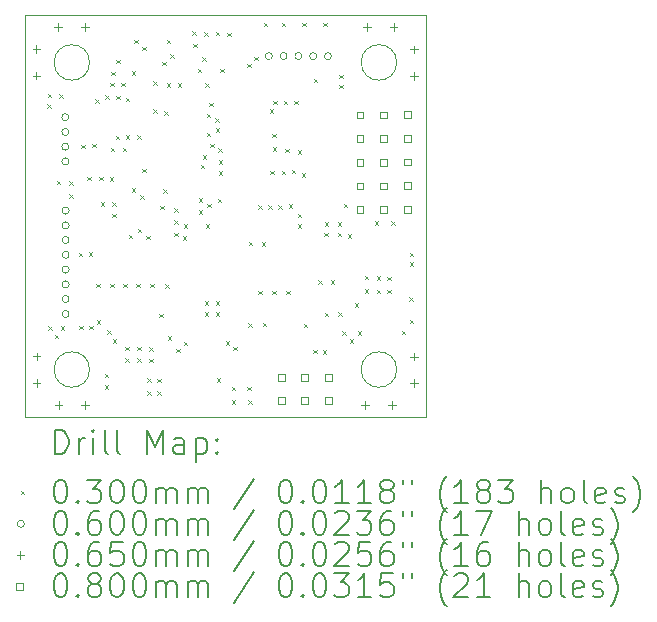
<source format=gbr>
%TF.GenerationSoftware,KiCad,Pcbnew,8.0.4-8.0.4-0~ubuntu24.04.1*%
%TF.CreationDate,2024-09-03T20:50:20+07:00*%
%TF.ProjectId,OpenDrone_FC_F405_HW,4f70656e-4472-46f6-9e65-5f46435f4634,rev?*%
%TF.SameCoordinates,Original*%
%TF.FileFunction,Drillmap*%
%TF.FilePolarity,Positive*%
%FSLAX45Y45*%
G04 Gerber Fmt 4.5, Leading zero omitted, Abs format (unit mm)*
G04 Created by KiCad (PCBNEW 8.0.4-8.0.4-0~ubuntu24.04.1) date 2024-09-03 20:50:20*
%MOMM*%
%LPD*%
G01*
G04 APERTURE LIST*
%ADD10C,0.050000*%
%ADD11C,0.100000*%
%ADD12C,0.200000*%
G04 APERTURE END LIST*
D10*
X13350000Y-10030000D02*
X13350000Y-6630000D01*
X16750000Y-6630000D02*
X13350000Y-6630000D01*
X16750000Y-6630000D02*
X16750000Y-10030000D01*
X16750000Y-10030000D02*
X13350000Y-10030000D01*
D11*
X13900000Y-7030000D02*
G75*
G02*
X13600000Y-7030000I-150000J0D01*
G01*
X13600000Y-7030000D02*
G75*
G02*
X13900000Y-7030000I150000J0D01*
G01*
X13900000Y-9630000D02*
G75*
G02*
X13600000Y-9630000I-150000J0D01*
G01*
X13600000Y-9630000D02*
G75*
G02*
X13900000Y-9630000I150000J0D01*
G01*
X16500000Y-7030000D02*
G75*
G02*
X16200000Y-7030000I-150000J0D01*
G01*
X16200000Y-7030000D02*
G75*
G02*
X16500000Y-7030000I150000J0D01*
G01*
X16500000Y-9630000D02*
G75*
G02*
X16200000Y-9630000I-150000J0D01*
G01*
X16200000Y-9630000D02*
G75*
G02*
X16500000Y-9630000I150000J0D01*
G01*
D12*
D11*
X13543000Y-7384000D02*
X13573000Y-7414000D01*
X13573000Y-7384000D02*
X13543000Y-7414000D01*
X13545000Y-7295000D02*
X13575000Y-7325000D01*
X13575000Y-7295000D02*
X13545000Y-7325000D01*
X13552000Y-9263000D02*
X13582000Y-9293000D01*
X13582000Y-9263000D02*
X13552000Y-9293000D01*
X13604000Y-9336000D02*
X13634000Y-9366000D01*
X13634000Y-9336000D02*
X13604000Y-9366000D01*
X13621000Y-8033000D02*
X13651000Y-8063000D01*
X13651000Y-8033000D02*
X13621000Y-8063000D01*
X13642000Y-7297000D02*
X13672000Y-7327000D01*
X13672000Y-7297000D02*
X13642000Y-7327000D01*
X13656000Y-9264000D02*
X13686000Y-9294000D01*
X13686000Y-9264000D02*
X13656000Y-9294000D01*
X13727500Y-8145000D02*
X13757500Y-8175000D01*
X13757500Y-8145000D02*
X13727500Y-8175000D01*
X13728000Y-8035000D02*
X13758000Y-8065000D01*
X13758000Y-8035000D02*
X13728000Y-8065000D01*
X13810000Y-8641000D02*
X13840000Y-8671000D01*
X13840000Y-8641000D02*
X13810000Y-8671000D01*
X13812234Y-9257632D02*
X13842234Y-9287632D01*
X13842234Y-9257632D02*
X13812234Y-9287632D01*
X13830000Y-7725000D02*
X13860000Y-7755000D01*
X13860000Y-7725000D02*
X13830000Y-7755000D01*
X13880000Y-7997000D02*
X13910000Y-8027000D01*
X13910000Y-7997000D02*
X13880000Y-8027000D01*
X13891545Y-8637000D02*
X13921545Y-8667000D01*
X13921545Y-8637000D02*
X13891545Y-8667000D01*
X13895000Y-9260000D02*
X13925000Y-9290000D01*
X13925000Y-9260000D02*
X13895000Y-9290000D01*
X13924000Y-7717680D02*
X13954000Y-7747680D01*
X13954000Y-7717680D02*
X13924000Y-7747680D01*
X13950000Y-7341000D02*
X13980000Y-7371000D01*
X13980000Y-7341000D02*
X13950000Y-7371000D01*
X13955000Y-8902500D02*
X13985000Y-8932500D01*
X13985000Y-8902500D02*
X13955000Y-8932500D01*
X13960000Y-9212500D02*
X13990000Y-9242500D01*
X13990000Y-9212500D02*
X13960000Y-9242500D01*
X13981000Y-7999000D02*
X14011000Y-8029000D01*
X14011000Y-7999000D02*
X13981000Y-8029000D01*
X13996000Y-8213000D02*
X14026000Y-8243000D01*
X14026000Y-8213000D02*
X13996000Y-8243000D01*
X14027500Y-9762500D02*
X14057500Y-9792500D01*
X14057500Y-9762500D02*
X14027500Y-9792500D01*
X14030000Y-9665000D02*
X14060000Y-9695000D01*
X14060000Y-9665000D02*
X14030000Y-9695000D01*
X14033000Y-7309000D02*
X14063000Y-7339000D01*
X14063000Y-7309000D02*
X14033000Y-7339000D01*
X14047500Y-9295000D02*
X14077500Y-9325000D01*
X14077500Y-9295000D02*
X14047500Y-9325000D01*
X14071000Y-8000000D02*
X14101000Y-8030000D01*
X14101000Y-8000000D02*
X14071000Y-8030000D01*
X14075000Y-7202500D02*
X14105000Y-7232500D01*
X14105000Y-7202500D02*
X14075000Y-7232500D01*
X14075000Y-8905000D02*
X14105000Y-8935000D01*
X14105000Y-8905000D02*
X14075000Y-8935000D01*
X14080000Y-7751000D02*
X14110000Y-7781000D01*
X14110000Y-7751000D02*
X14080000Y-7781000D01*
X14085000Y-7110000D02*
X14115000Y-7140000D01*
X14115000Y-7110000D02*
X14085000Y-7140000D01*
X14090000Y-8215000D02*
X14120000Y-8245000D01*
X14120000Y-8215000D02*
X14090000Y-8245000D01*
X14093500Y-8309500D02*
X14123500Y-8339500D01*
X14123500Y-8309500D02*
X14093500Y-8339500D01*
X14094735Y-9374316D02*
X14124735Y-9404316D01*
X14124735Y-9374316D02*
X14094735Y-9404316D01*
X14123000Y-7651000D02*
X14153000Y-7681000D01*
X14153000Y-7651000D02*
X14123000Y-7681000D01*
X14127500Y-7007500D02*
X14157500Y-7037500D01*
X14157500Y-7007500D02*
X14127500Y-7037500D01*
X14128000Y-7310000D02*
X14158000Y-7340000D01*
X14158000Y-7310000D02*
X14128000Y-7340000D01*
X14167500Y-7202500D02*
X14197500Y-7232500D01*
X14197500Y-7202500D02*
X14167500Y-7232500D01*
X14179000Y-7751000D02*
X14209000Y-7781000D01*
X14209000Y-7751000D02*
X14179000Y-7781000D01*
X14185000Y-8902500D02*
X14215000Y-8932500D01*
X14215000Y-8902500D02*
X14185000Y-8932500D01*
X14200000Y-9437500D02*
X14230000Y-9467500D01*
X14230000Y-9437500D02*
X14200000Y-9467500D01*
X14200000Y-9535000D02*
X14230000Y-9565000D01*
X14230000Y-9535000D02*
X14200000Y-9565000D01*
X14206000Y-7648000D02*
X14236000Y-7678000D01*
X14236000Y-7648000D02*
X14206000Y-7678000D01*
X14207000Y-7328000D02*
X14237000Y-7358000D01*
X14237000Y-7328000D02*
X14207000Y-7358000D01*
X14232000Y-8487000D02*
X14262000Y-8517000D01*
X14262000Y-8487000D02*
X14232000Y-8517000D01*
X14257500Y-7105000D02*
X14287500Y-7135000D01*
X14287500Y-7105000D02*
X14257500Y-7135000D01*
X14257500Y-8096176D02*
X14287500Y-8126176D01*
X14287500Y-8096176D02*
X14257500Y-8126176D01*
X14280000Y-6837500D02*
X14310000Y-6867500D01*
X14310000Y-6837500D02*
X14280000Y-6867500D01*
X14295000Y-8902500D02*
X14325000Y-8932500D01*
X14325000Y-8902500D02*
X14295000Y-8932500D01*
X14305000Y-7647500D02*
X14335000Y-7677500D01*
X14335000Y-7647500D02*
X14305000Y-7677500D01*
X14305000Y-9437500D02*
X14335000Y-9467500D01*
X14335000Y-9437500D02*
X14305000Y-9467500D01*
X14305000Y-9535000D02*
X14335000Y-9565000D01*
X14335000Y-9535000D02*
X14305000Y-9565000D01*
X14307418Y-8438582D02*
X14337418Y-8468582D01*
X14337418Y-8438582D02*
X14307418Y-8468582D01*
X14327750Y-8155250D02*
X14357750Y-8185250D01*
X14357750Y-8155250D02*
X14327750Y-8185250D01*
X14344858Y-6895056D02*
X14374858Y-6925056D01*
X14374858Y-6895056D02*
X14344858Y-6925056D01*
X14347311Y-7930000D02*
X14377311Y-7960000D01*
X14377311Y-7930000D02*
X14347311Y-7960000D01*
X14382000Y-8497000D02*
X14412000Y-8527000D01*
X14412000Y-8497000D02*
X14382000Y-8527000D01*
X14387500Y-9705000D02*
X14417500Y-9735000D01*
X14417500Y-9705000D02*
X14387500Y-9735000D01*
X14390000Y-9812500D02*
X14420000Y-9842500D01*
X14420000Y-9812500D02*
X14390000Y-9842500D01*
X14405000Y-9440000D02*
X14435000Y-9470000D01*
X14435000Y-9440000D02*
X14405000Y-9470000D01*
X14405000Y-9537500D02*
X14435000Y-9567500D01*
X14435000Y-9537500D02*
X14405000Y-9567500D01*
X14415000Y-8905000D02*
X14445000Y-8935000D01*
X14445000Y-8905000D02*
X14415000Y-8935000D01*
X14440000Y-7427500D02*
X14470000Y-7457500D01*
X14470000Y-7427500D02*
X14440000Y-7457500D01*
X14441299Y-7190000D02*
X14471299Y-7220000D01*
X14471299Y-7190000D02*
X14441299Y-7220000D01*
X14475000Y-9707500D02*
X14505000Y-9737500D01*
X14505000Y-9707500D02*
X14475000Y-9737500D01*
X14475000Y-9812500D02*
X14505000Y-9842500D01*
X14505000Y-9812500D02*
X14475000Y-9842500D01*
X14492000Y-9159325D02*
X14522000Y-9189325D01*
X14522000Y-9159325D02*
X14492000Y-9189325D01*
X14500000Y-8245000D02*
X14530000Y-8275000D01*
X14530000Y-8245000D02*
X14500000Y-8275000D01*
X14515000Y-7025000D02*
X14545000Y-7055000D01*
X14545000Y-7025000D02*
X14515000Y-7055000D01*
X14521508Y-8104000D02*
X14551508Y-8134000D01*
X14551508Y-8104000D02*
X14521508Y-8134000D01*
X14530000Y-7445000D02*
X14560000Y-7475000D01*
X14560000Y-7445000D02*
X14530000Y-7475000D01*
X14540000Y-8907500D02*
X14570000Y-8937500D01*
X14570000Y-8907500D02*
X14540000Y-8937500D01*
X14552500Y-7207500D02*
X14582500Y-7237500D01*
X14582500Y-7207500D02*
X14552500Y-7237500D01*
X14555000Y-6837500D02*
X14585000Y-6867500D01*
X14585000Y-6837500D02*
X14555000Y-6867500D01*
X14562500Y-9347500D02*
X14592500Y-9377500D01*
X14592500Y-9347500D02*
X14562500Y-9377500D01*
X14582500Y-6962500D02*
X14612500Y-6992500D01*
X14612500Y-6962500D02*
X14582500Y-6992500D01*
X14615000Y-8264000D02*
X14645000Y-8294000D01*
X14645000Y-8264000D02*
X14615000Y-8294000D01*
X14615000Y-8367000D02*
X14645000Y-8397000D01*
X14645000Y-8367000D02*
X14615000Y-8397000D01*
X14616000Y-8470000D02*
X14646000Y-8500000D01*
X14646000Y-8470000D02*
X14616000Y-8500000D01*
X14636102Y-9453297D02*
X14666102Y-9483297D01*
X14666102Y-9453297D02*
X14636102Y-9483297D01*
X14647500Y-7207500D02*
X14677500Y-7237500D01*
X14677500Y-7207500D02*
X14647500Y-7237500D01*
X14690000Y-8502500D02*
X14720000Y-8532500D01*
X14720000Y-8502500D02*
X14690000Y-8532500D01*
X14697500Y-8400000D02*
X14727500Y-8430000D01*
X14727500Y-8400000D02*
X14697500Y-8430000D01*
X14698944Y-9396297D02*
X14728944Y-9426297D01*
X14728944Y-9396297D02*
X14698944Y-9426297D01*
X14767500Y-6767500D02*
X14797500Y-6797500D01*
X14797500Y-6767500D02*
X14767500Y-6797500D01*
X14777500Y-6872500D02*
X14807500Y-6902500D01*
X14807500Y-6872500D02*
X14777500Y-6902500D01*
X14815000Y-7085000D02*
X14845000Y-7115000D01*
X14845000Y-7085000D02*
X14815000Y-7115000D01*
X14822500Y-8280000D02*
X14852500Y-8310000D01*
X14852500Y-8280000D02*
X14822500Y-8310000D01*
X14826000Y-8177500D02*
X14856000Y-8207500D01*
X14856000Y-8177500D02*
X14826000Y-8207500D01*
X14842926Y-7897926D02*
X14872926Y-7927926D01*
X14872926Y-7897926D02*
X14842926Y-7927926D01*
X14855000Y-6987500D02*
X14885000Y-7017500D01*
X14885000Y-6987500D02*
X14855000Y-7017500D01*
X14857500Y-7817500D02*
X14887500Y-7847500D01*
X14887500Y-7817500D02*
X14857500Y-7847500D01*
X14870000Y-6773500D02*
X14900000Y-6803500D01*
X14900000Y-6773500D02*
X14870000Y-6803500D01*
X14874000Y-9050000D02*
X14904000Y-9080000D01*
X14904000Y-9050000D02*
X14874000Y-9080000D01*
X14874000Y-9147000D02*
X14904000Y-9177000D01*
X14904000Y-9147000D02*
X14874000Y-9177000D01*
X14880000Y-7205000D02*
X14910000Y-7235000D01*
X14910000Y-7205000D02*
X14880000Y-7235000D01*
X14881823Y-8400000D02*
X14911823Y-8430000D01*
X14911823Y-8400000D02*
X14881823Y-8430000D01*
X14893000Y-7463500D02*
X14923000Y-7493500D01*
X14923000Y-7463500D02*
X14893000Y-7493500D01*
X14893000Y-7627000D02*
X14923000Y-7657000D01*
X14923000Y-7627000D02*
X14893000Y-7657000D01*
X14896000Y-8227000D02*
X14926000Y-8257000D01*
X14926000Y-8227000D02*
X14896000Y-8257000D01*
X14915000Y-7372500D02*
X14945000Y-7402500D01*
X14945000Y-7372500D02*
X14915000Y-7402500D01*
X14920000Y-7720000D02*
X14950000Y-7750000D01*
X14950000Y-7720000D02*
X14920000Y-7750000D01*
X14966000Y-7502000D02*
X14996000Y-7532000D01*
X14996000Y-7502000D02*
X14966000Y-7532000D01*
X14967000Y-9050000D02*
X14997000Y-9080000D01*
X14997000Y-9050000D02*
X14967000Y-9080000D01*
X14967000Y-9147000D02*
X14997000Y-9177000D01*
X14997000Y-9147000D02*
X14967000Y-9177000D01*
X14970000Y-6770000D02*
X15000000Y-6800000D01*
X15000000Y-6770000D02*
X14970000Y-6800000D01*
X14970000Y-7587500D02*
X15000000Y-7617500D01*
X15000000Y-7587500D02*
X14970000Y-7617500D01*
X14976779Y-9703447D02*
X15006779Y-9733447D01*
X15006779Y-9703447D02*
X14976779Y-9733447D01*
X14984000Y-8182000D02*
X15014000Y-8212000D01*
X15014000Y-8182000D02*
X14984000Y-8212000D01*
X14991000Y-7757000D02*
X15021000Y-7787000D01*
X15021000Y-7757000D02*
X14991000Y-7787000D01*
X14992500Y-7952500D02*
X15022500Y-7982500D01*
X15022500Y-7952500D02*
X14992500Y-7982500D01*
X14993000Y-7857000D02*
X15023000Y-7887000D01*
X15023000Y-7857000D02*
X14993000Y-7887000D01*
X15007500Y-7082500D02*
X15037500Y-7112500D01*
X15037500Y-7082500D02*
X15007500Y-7112500D01*
X15052500Y-9390240D02*
X15082500Y-9420240D01*
X15082500Y-9390240D02*
X15052500Y-9420240D01*
X15067500Y-6780000D02*
X15097500Y-6810000D01*
X15097500Y-6780000D02*
X15067500Y-6810000D01*
X15105000Y-9777500D02*
X15135000Y-9807500D01*
X15135000Y-9777500D02*
X15105000Y-9807500D01*
X15105000Y-9890000D02*
X15135000Y-9920000D01*
X15135000Y-9890000D02*
X15105000Y-9920000D01*
X15117500Y-9437500D02*
X15147500Y-9467500D01*
X15147500Y-9437500D02*
X15117500Y-9467500D01*
X15235000Y-9775000D02*
X15265000Y-9805000D01*
X15265000Y-9775000D02*
X15235000Y-9805000D01*
X15235576Y-7039114D02*
X15265576Y-7069114D01*
X15265576Y-7039114D02*
X15235576Y-7069114D01*
X15242500Y-9237500D02*
X15272500Y-9267500D01*
X15272500Y-9237500D02*
X15242500Y-9267500D01*
X15242500Y-9890000D02*
X15272500Y-9920000D01*
X15272500Y-9890000D02*
X15242500Y-9920000D01*
X15249000Y-8549205D02*
X15279000Y-8579205D01*
X15279000Y-8549205D02*
X15249000Y-8579205D01*
X15292500Y-6982500D02*
X15322500Y-7012500D01*
X15322500Y-6982500D02*
X15292500Y-7012500D01*
X15328641Y-8237428D02*
X15358641Y-8267428D01*
X15358641Y-8237428D02*
X15328641Y-8267428D01*
X15330000Y-8962500D02*
X15360000Y-8992500D01*
X15360000Y-8962500D02*
X15330000Y-8992500D01*
X15358500Y-8550886D02*
X15388500Y-8580886D01*
X15388500Y-8550886D02*
X15358500Y-8580886D01*
X15367500Y-9235000D02*
X15397500Y-9265000D01*
X15397500Y-9235000D02*
X15367500Y-9265000D01*
X15375000Y-6695000D02*
X15405000Y-6725000D01*
X15405000Y-6695000D02*
X15375000Y-6725000D01*
X15413235Y-8238235D02*
X15443235Y-8268235D01*
X15443235Y-8238235D02*
X15413235Y-8268235D01*
X15425000Y-7427500D02*
X15455000Y-7457500D01*
X15455000Y-7427500D02*
X15425000Y-7457500D01*
X15427500Y-7945000D02*
X15457500Y-7975000D01*
X15457500Y-7945000D02*
X15427500Y-7975000D01*
X15445000Y-7632500D02*
X15475000Y-7662500D01*
X15475000Y-7632500D02*
X15445000Y-7662500D01*
X15447500Y-8962500D02*
X15477500Y-8992500D01*
X15477500Y-8962500D02*
X15447500Y-8992500D01*
X15452500Y-7747500D02*
X15482500Y-7777500D01*
X15482500Y-7747500D02*
X15452500Y-7777500D01*
X15455000Y-7352500D02*
X15485000Y-7382500D01*
X15485000Y-7352500D02*
X15455000Y-7382500D01*
X15497500Y-8240000D02*
X15527500Y-8270000D01*
X15527500Y-8240000D02*
X15497500Y-8270000D01*
X15527500Y-6692500D02*
X15557500Y-6722500D01*
X15557500Y-6692500D02*
X15527500Y-6722500D01*
X15527500Y-7945000D02*
X15557500Y-7975000D01*
X15557500Y-7945000D02*
X15527500Y-7975000D01*
X15543925Y-7352500D02*
X15573925Y-7382500D01*
X15573925Y-7352500D02*
X15543925Y-7382500D01*
X15557500Y-7762500D02*
X15587500Y-7792500D01*
X15587500Y-7762500D02*
X15557500Y-7792500D01*
X15565000Y-8962500D02*
X15595000Y-8992500D01*
X15595000Y-8962500D02*
X15565000Y-8992500D01*
X15587500Y-8232500D02*
X15617500Y-8262500D01*
X15617500Y-8232500D02*
X15587500Y-8262500D01*
X15610000Y-7940000D02*
X15640000Y-7970000D01*
X15640000Y-7940000D02*
X15610000Y-7970000D01*
X15632500Y-7355000D02*
X15662500Y-7385000D01*
X15662500Y-7355000D02*
X15632500Y-7385000D01*
X15662500Y-7772500D02*
X15692500Y-7802500D01*
X15692500Y-7772500D02*
X15662500Y-7802500D01*
X15662500Y-8312500D02*
X15692500Y-8342500D01*
X15692500Y-8312500D02*
X15662500Y-8342500D01*
X15662500Y-8402000D02*
X15692500Y-8432000D01*
X15692500Y-8402000D02*
X15662500Y-8432000D01*
X15694926Y-7967573D02*
X15724926Y-7997573D01*
X15724926Y-7967573D02*
X15694926Y-7997573D01*
X15702500Y-6695000D02*
X15732500Y-6725000D01*
X15732500Y-6695000D02*
X15702500Y-6725000D01*
X15712000Y-9242500D02*
X15742000Y-9272500D01*
X15742000Y-9242500D02*
X15712000Y-9272500D01*
X15792500Y-9462500D02*
X15822500Y-9492500D01*
X15822500Y-9462500D02*
X15792500Y-9492500D01*
X15796103Y-7167500D02*
X15826103Y-7197500D01*
X15826103Y-7167500D02*
X15796103Y-7197500D01*
X15835000Y-8872500D02*
X15865000Y-8902500D01*
X15865000Y-8872500D02*
X15835000Y-8902500D01*
X15872500Y-9464579D02*
X15902500Y-9494579D01*
X15902500Y-9464579D02*
X15872500Y-9494579D01*
X15880000Y-6692500D02*
X15910000Y-6722500D01*
X15910000Y-6692500D02*
X15880000Y-6722500D01*
X15887500Y-8470000D02*
X15917500Y-8500000D01*
X15917500Y-8470000D02*
X15887500Y-8500000D01*
X15890000Y-8382500D02*
X15920000Y-8412500D01*
X15920000Y-8382500D02*
X15890000Y-8412500D01*
X15892500Y-9147500D02*
X15922500Y-9177500D01*
X15922500Y-9147500D02*
X15892500Y-9177500D01*
X15940000Y-8872500D02*
X15970000Y-8902500D01*
X15970000Y-8872500D02*
X15940000Y-8902500D01*
X16000000Y-8382500D02*
X16030000Y-8412500D01*
X16030000Y-8382500D02*
X16000000Y-8412500D01*
X16000000Y-8470000D02*
X16030000Y-8500000D01*
X16030000Y-8470000D02*
X16000000Y-8500000D01*
X16007500Y-9145000D02*
X16037500Y-9175000D01*
X16037500Y-9145000D02*
X16007500Y-9175000D01*
X16012500Y-7132500D02*
X16042500Y-7162500D01*
X16042500Y-7132500D02*
X16012500Y-7162500D01*
X16015000Y-7220000D02*
X16045000Y-7250000D01*
X16045000Y-7220000D02*
X16015000Y-7250000D01*
X16038000Y-9306000D02*
X16068000Y-9336000D01*
X16068000Y-9306000D02*
X16038000Y-9336000D01*
X16050421Y-8228000D02*
X16080421Y-8258000D01*
X16080421Y-8228000D02*
X16050421Y-8258000D01*
X16087500Y-8483000D02*
X16117500Y-8513000D01*
X16117500Y-8483000D02*
X16087500Y-8513000D01*
X16103000Y-9374000D02*
X16133000Y-9404000D01*
X16133000Y-9374000D02*
X16103000Y-9404000D01*
X16145000Y-9070000D02*
X16175000Y-9100000D01*
X16175000Y-9070000D02*
X16145000Y-9100000D01*
X16170000Y-9304000D02*
X16200000Y-9334000D01*
X16200000Y-9304000D02*
X16170000Y-9334000D01*
X16230000Y-8837500D02*
X16260000Y-8867500D01*
X16260000Y-8837500D02*
X16230000Y-8867500D01*
X16230000Y-8950000D02*
X16260000Y-8980000D01*
X16260000Y-8950000D02*
X16230000Y-8980000D01*
X16315000Y-8372500D02*
X16345000Y-8402500D01*
X16345000Y-8372500D02*
X16315000Y-8402500D01*
X16330000Y-8840000D02*
X16360000Y-8870000D01*
X16360000Y-8840000D02*
X16330000Y-8870000D01*
X16330000Y-8952500D02*
X16360000Y-8982500D01*
X16360000Y-8952500D02*
X16330000Y-8982500D01*
X16422500Y-8842500D02*
X16452500Y-8872500D01*
X16452500Y-8842500D02*
X16422500Y-8872500D01*
X16422500Y-8955000D02*
X16452500Y-8985000D01*
X16452500Y-8955000D02*
X16422500Y-8985000D01*
X16452500Y-8375000D02*
X16482500Y-8405000D01*
X16482500Y-8375000D02*
X16452500Y-8405000D01*
X16542500Y-9300000D02*
X16572500Y-9330000D01*
X16572500Y-9300000D02*
X16542500Y-9330000D01*
X16607500Y-9017500D02*
X16637500Y-9047500D01*
X16637500Y-9017500D02*
X16607500Y-9047500D01*
X16611000Y-9210000D02*
X16641000Y-9240000D01*
X16641000Y-9210000D02*
X16611000Y-9240000D01*
X16612500Y-8640000D02*
X16642500Y-8670000D01*
X16642500Y-8640000D02*
X16612500Y-8670000D01*
X16612500Y-8722647D02*
X16642500Y-8752647D01*
X16642500Y-8722647D02*
X16612500Y-8752647D01*
X13725000Y-7493000D02*
G75*
G02*
X13665000Y-7493000I-30000J0D01*
G01*
X13665000Y-7493000D02*
G75*
G02*
X13725000Y-7493000I30000J0D01*
G01*
X13725000Y-7618000D02*
G75*
G02*
X13665000Y-7618000I-30000J0D01*
G01*
X13665000Y-7618000D02*
G75*
G02*
X13725000Y-7618000I30000J0D01*
G01*
X13725000Y-7743000D02*
G75*
G02*
X13665000Y-7743000I-30000J0D01*
G01*
X13665000Y-7743000D02*
G75*
G02*
X13725000Y-7743000I30000J0D01*
G01*
X13725000Y-7868000D02*
G75*
G02*
X13665000Y-7868000I-30000J0D01*
G01*
X13665000Y-7868000D02*
G75*
G02*
X13725000Y-7868000I30000J0D01*
G01*
X13727000Y-8284000D02*
G75*
G02*
X13667000Y-8284000I-30000J0D01*
G01*
X13667000Y-8284000D02*
G75*
G02*
X13727000Y-8284000I30000J0D01*
G01*
X13727000Y-8409000D02*
G75*
G02*
X13667000Y-8409000I-30000J0D01*
G01*
X13667000Y-8409000D02*
G75*
G02*
X13727000Y-8409000I30000J0D01*
G01*
X13727000Y-8534000D02*
G75*
G02*
X13667000Y-8534000I-30000J0D01*
G01*
X13667000Y-8534000D02*
G75*
G02*
X13727000Y-8534000I30000J0D01*
G01*
X13727000Y-8659000D02*
G75*
G02*
X13667000Y-8659000I-30000J0D01*
G01*
X13667000Y-8659000D02*
G75*
G02*
X13727000Y-8659000I30000J0D01*
G01*
X13727000Y-8784000D02*
G75*
G02*
X13667000Y-8784000I-30000J0D01*
G01*
X13667000Y-8784000D02*
G75*
G02*
X13727000Y-8784000I30000J0D01*
G01*
X13727000Y-8909000D02*
G75*
G02*
X13667000Y-8909000I-30000J0D01*
G01*
X13667000Y-8909000D02*
G75*
G02*
X13727000Y-8909000I30000J0D01*
G01*
X13727000Y-9034000D02*
G75*
G02*
X13667000Y-9034000I-30000J0D01*
G01*
X13667000Y-9034000D02*
G75*
G02*
X13727000Y-9034000I30000J0D01*
G01*
X13727000Y-9159000D02*
G75*
G02*
X13667000Y-9159000I-30000J0D01*
G01*
X13667000Y-9159000D02*
G75*
G02*
X13727000Y-9159000I30000J0D01*
G01*
X15448000Y-6976000D02*
G75*
G02*
X15388000Y-6976000I-30000J0D01*
G01*
X15388000Y-6976000D02*
G75*
G02*
X15448000Y-6976000I30000J0D01*
G01*
X15573000Y-6976000D02*
G75*
G02*
X15513000Y-6976000I-30000J0D01*
G01*
X15513000Y-6976000D02*
G75*
G02*
X15573000Y-6976000I30000J0D01*
G01*
X15698000Y-6976000D02*
G75*
G02*
X15638000Y-6976000I-30000J0D01*
G01*
X15638000Y-6976000D02*
G75*
G02*
X15698000Y-6976000I30000J0D01*
G01*
X15823000Y-6976000D02*
G75*
G02*
X15763000Y-6976000I-30000J0D01*
G01*
X15763000Y-6976000D02*
G75*
G02*
X15823000Y-6976000I30000J0D01*
G01*
X15948000Y-6976000D02*
G75*
G02*
X15888000Y-6976000I-30000J0D01*
G01*
X15888000Y-6976000D02*
G75*
G02*
X15948000Y-6976000I30000J0D01*
G01*
X13450250Y-6884000D02*
X13450250Y-6949000D01*
X13417750Y-6916500D02*
X13482750Y-6916500D01*
X13450250Y-7109000D02*
X13450250Y-7174000D01*
X13417750Y-7141500D02*
X13482750Y-7141500D01*
X13451750Y-9487000D02*
X13451750Y-9552000D01*
X13419250Y-9519500D02*
X13484250Y-9519500D01*
X13451750Y-9712000D02*
X13451750Y-9777000D01*
X13419250Y-9744500D02*
X13484250Y-9744500D01*
X13635500Y-6697750D02*
X13635500Y-6762750D01*
X13603000Y-6730250D02*
X13668000Y-6730250D01*
X13637500Y-9899250D02*
X13637500Y-9964250D01*
X13605000Y-9931750D02*
X13670000Y-9931750D01*
X13860500Y-6697750D02*
X13860500Y-6762750D01*
X13828000Y-6730250D02*
X13893000Y-6730250D01*
X13862500Y-9899250D02*
X13862500Y-9964250D01*
X13830000Y-9931750D02*
X13895000Y-9931750D01*
X16234500Y-9896250D02*
X16234500Y-9961250D01*
X16202000Y-9928750D02*
X16267000Y-9928750D01*
X16248500Y-6696250D02*
X16248500Y-6761250D01*
X16216000Y-6728750D02*
X16281000Y-6728750D01*
X16459500Y-9896250D02*
X16459500Y-9961250D01*
X16427000Y-9928750D02*
X16492000Y-9928750D01*
X16473500Y-6696250D02*
X16473500Y-6761250D01*
X16441000Y-6728750D02*
X16506000Y-6728750D01*
X16647750Y-9488000D02*
X16647750Y-9553000D01*
X16615250Y-9520500D02*
X16680250Y-9520500D01*
X16647750Y-9713000D02*
X16647750Y-9778000D01*
X16615250Y-9745500D02*
X16680250Y-9745500D01*
X16648250Y-6887000D02*
X16648250Y-6952000D01*
X16615750Y-6919500D02*
X16680750Y-6919500D01*
X16648250Y-7112000D02*
X16648250Y-7177000D01*
X16615750Y-7144500D02*
X16680750Y-7144500D01*
X15550784Y-9723285D02*
X15550784Y-9666716D01*
X15494215Y-9666716D01*
X15494215Y-9723285D01*
X15550784Y-9723285D01*
X15550784Y-9923285D02*
X15550784Y-9866716D01*
X15494215Y-9866716D01*
X15494215Y-9923285D01*
X15550784Y-9923285D01*
X15750784Y-9723285D02*
X15750784Y-9666716D01*
X15694215Y-9666716D01*
X15694215Y-9723285D01*
X15750784Y-9723285D01*
X15750784Y-9923285D02*
X15750784Y-9866716D01*
X15694215Y-9866716D01*
X15694215Y-9923285D01*
X15750784Y-9923285D01*
X15950784Y-9723285D02*
X15950784Y-9666716D01*
X15894215Y-9666716D01*
X15894215Y-9723285D01*
X15950784Y-9723285D01*
X15950784Y-9923285D02*
X15950784Y-9866716D01*
X15894215Y-9866716D01*
X15894215Y-9923285D01*
X15950784Y-9923285D01*
X16219284Y-7503284D02*
X16219284Y-7446715D01*
X16162715Y-7446715D01*
X16162715Y-7503284D01*
X16219284Y-7503284D01*
X16219284Y-7703284D02*
X16219284Y-7646715D01*
X16162715Y-7646715D01*
X16162715Y-7703284D01*
X16219284Y-7703284D01*
X16219284Y-7903284D02*
X16219284Y-7846715D01*
X16162715Y-7846715D01*
X16162715Y-7903284D01*
X16219284Y-7903284D01*
X16219284Y-8103284D02*
X16219284Y-8046715D01*
X16162715Y-8046715D01*
X16162715Y-8103284D01*
X16219284Y-8103284D01*
X16219284Y-8303284D02*
X16219284Y-8246715D01*
X16162715Y-8246715D01*
X16162715Y-8303284D01*
X16219284Y-8303284D01*
X16419284Y-7503284D02*
X16419284Y-7446715D01*
X16362715Y-7446715D01*
X16362715Y-7503284D01*
X16419284Y-7503284D01*
X16419284Y-7703284D02*
X16419284Y-7646715D01*
X16362715Y-7646715D01*
X16362715Y-7703284D01*
X16419284Y-7703284D01*
X16419284Y-7903284D02*
X16419284Y-7846715D01*
X16362715Y-7846715D01*
X16362715Y-7903284D01*
X16419284Y-7903284D01*
X16419284Y-8103284D02*
X16419284Y-8046715D01*
X16362715Y-8046715D01*
X16362715Y-8103284D01*
X16419284Y-8103284D01*
X16419284Y-8303284D02*
X16419284Y-8246715D01*
X16362715Y-8246715D01*
X16362715Y-8303284D01*
X16419284Y-8303284D01*
X16619284Y-7500784D02*
X16619284Y-7444215D01*
X16562715Y-7444215D01*
X16562715Y-7500784D01*
X16619284Y-7500784D01*
X16619284Y-7700784D02*
X16619284Y-7644215D01*
X16562715Y-7644215D01*
X16562715Y-7700784D01*
X16619284Y-7700784D01*
X16619284Y-7900784D02*
X16619284Y-7844215D01*
X16562715Y-7844215D01*
X16562715Y-7900784D01*
X16619284Y-7900784D01*
X16619284Y-8100784D02*
X16619284Y-8044215D01*
X16562715Y-8044215D01*
X16562715Y-8100784D01*
X16619284Y-8100784D01*
X16619284Y-8300784D02*
X16619284Y-8244215D01*
X16562715Y-8244215D01*
X16562715Y-8300784D01*
X16619284Y-8300784D01*
D12*
X13608277Y-10343984D02*
X13608277Y-10143984D01*
X13608277Y-10143984D02*
X13655896Y-10143984D01*
X13655896Y-10143984D02*
X13684467Y-10153508D01*
X13684467Y-10153508D02*
X13703515Y-10172555D01*
X13703515Y-10172555D02*
X13713039Y-10191603D01*
X13713039Y-10191603D02*
X13722562Y-10229698D01*
X13722562Y-10229698D02*
X13722562Y-10258270D01*
X13722562Y-10258270D02*
X13713039Y-10296365D01*
X13713039Y-10296365D02*
X13703515Y-10315412D01*
X13703515Y-10315412D02*
X13684467Y-10334460D01*
X13684467Y-10334460D02*
X13655896Y-10343984D01*
X13655896Y-10343984D02*
X13608277Y-10343984D01*
X13808277Y-10343984D02*
X13808277Y-10210650D01*
X13808277Y-10248746D02*
X13817801Y-10229698D01*
X13817801Y-10229698D02*
X13827324Y-10220174D01*
X13827324Y-10220174D02*
X13846372Y-10210650D01*
X13846372Y-10210650D02*
X13865420Y-10210650D01*
X13932086Y-10343984D02*
X13932086Y-10210650D01*
X13932086Y-10143984D02*
X13922562Y-10153508D01*
X13922562Y-10153508D02*
X13932086Y-10163031D01*
X13932086Y-10163031D02*
X13941610Y-10153508D01*
X13941610Y-10153508D02*
X13932086Y-10143984D01*
X13932086Y-10143984D02*
X13932086Y-10163031D01*
X14055896Y-10343984D02*
X14036848Y-10334460D01*
X14036848Y-10334460D02*
X14027324Y-10315412D01*
X14027324Y-10315412D02*
X14027324Y-10143984D01*
X14160658Y-10343984D02*
X14141610Y-10334460D01*
X14141610Y-10334460D02*
X14132086Y-10315412D01*
X14132086Y-10315412D02*
X14132086Y-10143984D01*
X14389229Y-10343984D02*
X14389229Y-10143984D01*
X14389229Y-10143984D02*
X14455896Y-10286841D01*
X14455896Y-10286841D02*
X14522562Y-10143984D01*
X14522562Y-10143984D02*
X14522562Y-10343984D01*
X14703515Y-10343984D02*
X14703515Y-10239222D01*
X14703515Y-10239222D02*
X14693991Y-10220174D01*
X14693991Y-10220174D02*
X14674943Y-10210650D01*
X14674943Y-10210650D02*
X14636848Y-10210650D01*
X14636848Y-10210650D02*
X14617801Y-10220174D01*
X14703515Y-10334460D02*
X14684467Y-10343984D01*
X14684467Y-10343984D02*
X14636848Y-10343984D01*
X14636848Y-10343984D02*
X14617801Y-10334460D01*
X14617801Y-10334460D02*
X14608277Y-10315412D01*
X14608277Y-10315412D02*
X14608277Y-10296365D01*
X14608277Y-10296365D02*
X14617801Y-10277317D01*
X14617801Y-10277317D02*
X14636848Y-10267793D01*
X14636848Y-10267793D02*
X14684467Y-10267793D01*
X14684467Y-10267793D02*
X14703515Y-10258270D01*
X14798753Y-10210650D02*
X14798753Y-10410650D01*
X14798753Y-10220174D02*
X14817801Y-10210650D01*
X14817801Y-10210650D02*
X14855896Y-10210650D01*
X14855896Y-10210650D02*
X14874943Y-10220174D01*
X14874943Y-10220174D02*
X14884467Y-10229698D01*
X14884467Y-10229698D02*
X14893991Y-10248746D01*
X14893991Y-10248746D02*
X14893991Y-10305889D01*
X14893991Y-10305889D02*
X14884467Y-10324936D01*
X14884467Y-10324936D02*
X14874943Y-10334460D01*
X14874943Y-10334460D02*
X14855896Y-10343984D01*
X14855896Y-10343984D02*
X14817801Y-10343984D01*
X14817801Y-10343984D02*
X14798753Y-10334460D01*
X14979705Y-10324936D02*
X14989229Y-10334460D01*
X14989229Y-10334460D02*
X14979705Y-10343984D01*
X14979705Y-10343984D02*
X14970182Y-10334460D01*
X14970182Y-10334460D02*
X14979705Y-10324936D01*
X14979705Y-10324936D02*
X14979705Y-10343984D01*
X14979705Y-10220174D02*
X14989229Y-10229698D01*
X14989229Y-10229698D02*
X14979705Y-10239222D01*
X14979705Y-10239222D02*
X14970182Y-10229698D01*
X14970182Y-10229698D02*
X14979705Y-10220174D01*
X14979705Y-10220174D02*
X14979705Y-10239222D01*
D11*
X13317500Y-10657500D02*
X13347500Y-10687500D01*
X13347500Y-10657500D02*
X13317500Y-10687500D01*
D12*
X13646372Y-10563984D02*
X13665420Y-10563984D01*
X13665420Y-10563984D02*
X13684467Y-10573508D01*
X13684467Y-10573508D02*
X13693991Y-10583031D01*
X13693991Y-10583031D02*
X13703515Y-10602079D01*
X13703515Y-10602079D02*
X13713039Y-10640174D01*
X13713039Y-10640174D02*
X13713039Y-10687793D01*
X13713039Y-10687793D02*
X13703515Y-10725889D01*
X13703515Y-10725889D02*
X13693991Y-10744936D01*
X13693991Y-10744936D02*
X13684467Y-10754460D01*
X13684467Y-10754460D02*
X13665420Y-10763984D01*
X13665420Y-10763984D02*
X13646372Y-10763984D01*
X13646372Y-10763984D02*
X13627324Y-10754460D01*
X13627324Y-10754460D02*
X13617801Y-10744936D01*
X13617801Y-10744936D02*
X13608277Y-10725889D01*
X13608277Y-10725889D02*
X13598753Y-10687793D01*
X13598753Y-10687793D02*
X13598753Y-10640174D01*
X13598753Y-10640174D02*
X13608277Y-10602079D01*
X13608277Y-10602079D02*
X13617801Y-10583031D01*
X13617801Y-10583031D02*
X13627324Y-10573508D01*
X13627324Y-10573508D02*
X13646372Y-10563984D01*
X13798753Y-10744936D02*
X13808277Y-10754460D01*
X13808277Y-10754460D02*
X13798753Y-10763984D01*
X13798753Y-10763984D02*
X13789229Y-10754460D01*
X13789229Y-10754460D02*
X13798753Y-10744936D01*
X13798753Y-10744936D02*
X13798753Y-10763984D01*
X13874943Y-10563984D02*
X13998753Y-10563984D01*
X13998753Y-10563984D02*
X13932086Y-10640174D01*
X13932086Y-10640174D02*
X13960658Y-10640174D01*
X13960658Y-10640174D02*
X13979705Y-10649698D01*
X13979705Y-10649698D02*
X13989229Y-10659222D01*
X13989229Y-10659222D02*
X13998753Y-10678270D01*
X13998753Y-10678270D02*
X13998753Y-10725889D01*
X13998753Y-10725889D02*
X13989229Y-10744936D01*
X13989229Y-10744936D02*
X13979705Y-10754460D01*
X13979705Y-10754460D02*
X13960658Y-10763984D01*
X13960658Y-10763984D02*
X13903515Y-10763984D01*
X13903515Y-10763984D02*
X13884467Y-10754460D01*
X13884467Y-10754460D02*
X13874943Y-10744936D01*
X14122562Y-10563984D02*
X14141610Y-10563984D01*
X14141610Y-10563984D02*
X14160658Y-10573508D01*
X14160658Y-10573508D02*
X14170182Y-10583031D01*
X14170182Y-10583031D02*
X14179705Y-10602079D01*
X14179705Y-10602079D02*
X14189229Y-10640174D01*
X14189229Y-10640174D02*
X14189229Y-10687793D01*
X14189229Y-10687793D02*
X14179705Y-10725889D01*
X14179705Y-10725889D02*
X14170182Y-10744936D01*
X14170182Y-10744936D02*
X14160658Y-10754460D01*
X14160658Y-10754460D02*
X14141610Y-10763984D01*
X14141610Y-10763984D02*
X14122562Y-10763984D01*
X14122562Y-10763984D02*
X14103515Y-10754460D01*
X14103515Y-10754460D02*
X14093991Y-10744936D01*
X14093991Y-10744936D02*
X14084467Y-10725889D01*
X14084467Y-10725889D02*
X14074943Y-10687793D01*
X14074943Y-10687793D02*
X14074943Y-10640174D01*
X14074943Y-10640174D02*
X14084467Y-10602079D01*
X14084467Y-10602079D02*
X14093991Y-10583031D01*
X14093991Y-10583031D02*
X14103515Y-10573508D01*
X14103515Y-10573508D02*
X14122562Y-10563984D01*
X14313039Y-10563984D02*
X14332086Y-10563984D01*
X14332086Y-10563984D02*
X14351134Y-10573508D01*
X14351134Y-10573508D02*
X14360658Y-10583031D01*
X14360658Y-10583031D02*
X14370182Y-10602079D01*
X14370182Y-10602079D02*
X14379705Y-10640174D01*
X14379705Y-10640174D02*
X14379705Y-10687793D01*
X14379705Y-10687793D02*
X14370182Y-10725889D01*
X14370182Y-10725889D02*
X14360658Y-10744936D01*
X14360658Y-10744936D02*
X14351134Y-10754460D01*
X14351134Y-10754460D02*
X14332086Y-10763984D01*
X14332086Y-10763984D02*
X14313039Y-10763984D01*
X14313039Y-10763984D02*
X14293991Y-10754460D01*
X14293991Y-10754460D02*
X14284467Y-10744936D01*
X14284467Y-10744936D02*
X14274943Y-10725889D01*
X14274943Y-10725889D02*
X14265420Y-10687793D01*
X14265420Y-10687793D02*
X14265420Y-10640174D01*
X14265420Y-10640174D02*
X14274943Y-10602079D01*
X14274943Y-10602079D02*
X14284467Y-10583031D01*
X14284467Y-10583031D02*
X14293991Y-10573508D01*
X14293991Y-10573508D02*
X14313039Y-10563984D01*
X14465420Y-10763984D02*
X14465420Y-10630650D01*
X14465420Y-10649698D02*
X14474943Y-10640174D01*
X14474943Y-10640174D02*
X14493991Y-10630650D01*
X14493991Y-10630650D02*
X14522563Y-10630650D01*
X14522563Y-10630650D02*
X14541610Y-10640174D01*
X14541610Y-10640174D02*
X14551134Y-10659222D01*
X14551134Y-10659222D02*
X14551134Y-10763984D01*
X14551134Y-10659222D02*
X14560658Y-10640174D01*
X14560658Y-10640174D02*
X14579705Y-10630650D01*
X14579705Y-10630650D02*
X14608277Y-10630650D01*
X14608277Y-10630650D02*
X14627324Y-10640174D01*
X14627324Y-10640174D02*
X14636848Y-10659222D01*
X14636848Y-10659222D02*
X14636848Y-10763984D01*
X14732086Y-10763984D02*
X14732086Y-10630650D01*
X14732086Y-10649698D02*
X14741610Y-10640174D01*
X14741610Y-10640174D02*
X14760658Y-10630650D01*
X14760658Y-10630650D02*
X14789229Y-10630650D01*
X14789229Y-10630650D02*
X14808277Y-10640174D01*
X14808277Y-10640174D02*
X14817801Y-10659222D01*
X14817801Y-10659222D02*
X14817801Y-10763984D01*
X14817801Y-10659222D02*
X14827324Y-10640174D01*
X14827324Y-10640174D02*
X14846372Y-10630650D01*
X14846372Y-10630650D02*
X14874943Y-10630650D01*
X14874943Y-10630650D02*
X14893991Y-10640174D01*
X14893991Y-10640174D02*
X14903515Y-10659222D01*
X14903515Y-10659222D02*
X14903515Y-10763984D01*
X15293991Y-10554460D02*
X15122563Y-10811603D01*
X15551134Y-10563984D02*
X15570182Y-10563984D01*
X15570182Y-10563984D02*
X15589229Y-10573508D01*
X15589229Y-10573508D02*
X15598753Y-10583031D01*
X15598753Y-10583031D02*
X15608277Y-10602079D01*
X15608277Y-10602079D02*
X15617801Y-10640174D01*
X15617801Y-10640174D02*
X15617801Y-10687793D01*
X15617801Y-10687793D02*
X15608277Y-10725889D01*
X15608277Y-10725889D02*
X15598753Y-10744936D01*
X15598753Y-10744936D02*
X15589229Y-10754460D01*
X15589229Y-10754460D02*
X15570182Y-10763984D01*
X15570182Y-10763984D02*
X15551134Y-10763984D01*
X15551134Y-10763984D02*
X15532086Y-10754460D01*
X15532086Y-10754460D02*
X15522563Y-10744936D01*
X15522563Y-10744936D02*
X15513039Y-10725889D01*
X15513039Y-10725889D02*
X15503515Y-10687793D01*
X15503515Y-10687793D02*
X15503515Y-10640174D01*
X15503515Y-10640174D02*
X15513039Y-10602079D01*
X15513039Y-10602079D02*
X15522563Y-10583031D01*
X15522563Y-10583031D02*
X15532086Y-10573508D01*
X15532086Y-10573508D02*
X15551134Y-10563984D01*
X15703515Y-10744936D02*
X15713039Y-10754460D01*
X15713039Y-10754460D02*
X15703515Y-10763984D01*
X15703515Y-10763984D02*
X15693991Y-10754460D01*
X15693991Y-10754460D02*
X15703515Y-10744936D01*
X15703515Y-10744936D02*
X15703515Y-10763984D01*
X15836848Y-10563984D02*
X15855896Y-10563984D01*
X15855896Y-10563984D02*
X15874944Y-10573508D01*
X15874944Y-10573508D02*
X15884467Y-10583031D01*
X15884467Y-10583031D02*
X15893991Y-10602079D01*
X15893991Y-10602079D02*
X15903515Y-10640174D01*
X15903515Y-10640174D02*
X15903515Y-10687793D01*
X15903515Y-10687793D02*
X15893991Y-10725889D01*
X15893991Y-10725889D02*
X15884467Y-10744936D01*
X15884467Y-10744936D02*
X15874944Y-10754460D01*
X15874944Y-10754460D02*
X15855896Y-10763984D01*
X15855896Y-10763984D02*
X15836848Y-10763984D01*
X15836848Y-10763984D02*
X15817801Y-10754460D01*
X15817801Y-10754460D02*
X15808277Y-10744936D01*
X15808277Y-10744936D02*
X15798753Y-10725889D01*
X15798753Y-10725889D02*
X15789229Y-10687793D01*
X15789229Y-10687793D02*
X15789229Y-10640174D01*
X15789229Y-10640174D02*
X15798753Y-10602079D01*
X15798753Y-10602079D02*
X15808277Y-10583031D01*
X15808277Y-10583031D02*
X15817801Y-10573508D01*
X15817801Y-10573508D02*
X15836848Y-10563984D01*
X16093991Y-10763984D02*
X15979706Y-10763984D01*
X16036848Y-10763984D02*
X16036848Y-10563984D01*
X16036848Y-10563984D02*
X16017801Y-10592555D01*
X16017801Y-10592555D02*
X15998753Y-10611603D01*
X15998753Y-10611603D02*
X15979706Y-10621127D01*
X16284467Y-10763984D02*
X16170182Y-10763984D01*
X16227325Y-10763984D02*
X16227325Y-10563984D01*
X16227325Y-10563984D02*
X16208277Y-10592555D01*
X16208277Y-10592555D02*
X16189229Y-10611603D01*
X16189229Y-10611603D02*
X16170182Y-10621127D01*
X16398753Y-10649698D02*
X16379706Y-10640174D01*
X16379706Y-10640174D02*
X16370182Y-10630650D01*
X16370182Y-10630650D02*
X16360658Y-10611603D01*
X16360658Y-10611603D02*
X16360658Y-10602079D01*
X16360658Y-10602079D02*
X16370182Y-10583031D01*
X16370182Y-10583031D02*
X16379706Y-10573508D01*
X16379706Y-10573508D02*
X16398753Y-10563984D01*
X16398753Y-10563984D02*
X16436848Y-10563984D01*
X16436848Y-10563984D02*
X16455896Y-10573508D01*
X16455896Y-10573508D02*
X16465420Y-10583031D01*
X16465420Y-10583031D02*
X16474944Y-10602079D01*
X16474944Y-10602079D02*
X16474944Y-10611603D01*
X16474944Y-10611603D02*
X16465420Y-10630650D01*
X16465420Y-10630650D02*
X16455896Y-10640174D01*
X16455896Y-10640174D02*
X16436848Y-10649698D01*
X16436848Y-10649698D02*
X16398753Y-10649698D01*
X16398753Y-10649698D02*
X16379706Y-10659222D01*
X16379706Y-10659222D02*
X16370182Y-10668746D01*
X16370182Y-10668746D02*
X16360658Y-10687793D01*
X16360658Y-10687793D02*
X16360658Y-10725889D01*
X16360658Y-10725889D02*
X16370182Y-10744936D01*
X16370182Y-10744936D02*
X16379706Y-10754460D01*
X16379706Y-10754460D02*
X16398753Y-10763984D01*
X16398753Y-10763984D02*
X16436848Y-10763984D01*
X16436848Y-10763984D02*
X16455896Y-10754460D01*
X16455896Y-10754460D02*
X16465420Y-10744936D01*
X16465420Y-10744936D02*
X16474944Y-10725889D01*
X16474944Y-10725889D02*
X16474944Y-10687793D01*
X16474944Y-10687793D02*
X16465420Y-10668746D01*
X16465420Y-10668746D02*
X16455896Y-10659222D01*
X16455896Y-10659222D02*
X16436848Y-10649698D01*
X16551134Y-10563984D02*
X16551134Y-10602079D01*
X16627325Y-10563984D02*
X16627325Y-10602079D01*
X16922563Y-10840174D02*
X16913039Y-10830650D01*
X16913039Y-10830650D02*
X16893991Y-10802079D01*
X16893991Y-10802079D02*
X16884468Y-10783031D01*
X16884468Y-10783031D02*
X16874944Y-10754460D01*
X16874944Y-10754460D02*
X16865420Y-10706841D01*
X16865420Y-10706841D02*
X16865420Y-10668746D01*
X16865420Y-10668746D02*
X16874944Y-10621127D01*
X16874944Y-10621127D02*
X16884468Y-10592555D01*
X16884468Y-10592555D02*
X16893991Y-10573508D01*
X16893991Y-10573508D02*
X16913039Y-10544936D01*
X16913039Y-10544936D02*
X16922563Y-10535412D01*
X17103515Y-10763984D02*
X16989230Y-10763984D01*
X17046372Y-10763984D02*
X17046372Y-10563984D01*
X17046372Y-10563984D02*
X17027325Y-10592555D01*
X17027325Y-10592555D02*
X17008277Y-10611603D01*
X17008277Y-10611603D02*
X16989230Y-10621127D01*
X17217801Y-10649698D02*
X17198753Y-10640174D01*
X17198753Y-10640174D02*
X17189230Y-10630650D01*
X17189230Y-10630650D02*
X17179706Y-10611603D01*
X17179706Y-10611603D02*
X17179706Y-10602079D01*
X17179706Y-10602079D02*
X17189230Y-10583031D01*
X17189230Y-10583031D02*
X17198753Y-10573508D01*
X17198753Y-10573508D02*
X17217801Y-10563984D01*
X17217801Y-10563984D02*
X17255896Y-10563984D01*
X17255896Y-10563984D02*
X17274944Y-10573508D01*
X17274944Y-10573508D02*
X17284468Y-10583031D01*
X17284468Y-10583031D02*
X17293991Y-10602079D01*
X17293991Y-10602079D02*
X17293991Y-10611603D01*
X17293991Y-10611603D02*
X17284468Y-10630650D01*
X17284468Y-10630650D02*
X17274944Y-10640174D01*
X17274944Y-10640174D02*
X17255896Y-10649698D01*
X17255896Y-10649698D02*
X17217801Y-10649698D01*
X17217801Y-10649698D02*
X17198753Y-10659222D01*
X17198753Y-10659222D02*
X17189230Y-10668746D01*
X17189230Y-10668746D02*
X17179706Y-10687793D01*
X17179706Y-10687793D02*
X17179706Y-10725889D01*
X17179706Y-10725889D02*
X17189230Y-10744936D01*
X17189230Y-10744936D02*
X17198753Y-10754460D01*
X17198753Y-10754460D02*
X17217801Y-10763984D01*
X17217801Y-10763984D02*
X17255896Y-10763984D01*
X17255896Y-10763984D02*
X17274944Y-10754460D01*
X17274944Y-10754460D02*
X17284468Y-10744936D01*
X17284468Y-10744936D02*
X17293991Y-10725889D01*
X17293991Y-10725889D02*
X17293991Y-10687793D01*
X17293991Y-10687793D02*
X17284468Y-10668746D01*
X17284468Y-10668746D02*
X17274944Y-10659222D01*
X17274944Y-10659222D02*
X17255896Y-10649698D01*
X17360658Y-10563984D02*
X17484468Y-10563984D01*
X17484468Y-10563984D02*
X17417801Y-10640174D01*
X17417801Y-10640174D02*
X17446372Y-10640174D01*
X17446372Y-10640174D02*
X17465420Y-10649698D01*
X17465420Y-10649698D02*
X17474944Y-10659222D01*
X17474944Y-10659222D02*
X17484468Y-10678270D01*
X17484468Y-10678270D02*
X17484468Y-10725889D01*
X17484468Y-10725889D02*
X17474944Y-10744936D01*
X17474944Y-10744936D02*
X17465420Y-10754460D01*
X17465420Y-10754460D02*
X17446372Y-10763984D01*
X17446372Y-10763984D02*
X17389230Y-10763984D01*
X17389230Y-10763984D02*
X17370182Y-10754460D01*
X17370182Y-10754460D02*
X17360658Y-10744936D01*
X17722563Y-10763984D02*
X17722563Y-10563984D01*
X17808277Y-10763984D02*
X17808277Y-10659222D01*
X17808277Y-10659222D02*
X17798753Y-10640174D01*
X17798753Y-10640174D02*
X17779706Y-10630650D01*
X17779706Y-10630650D02*
X17751134Y-10630650D01*
X17751134Y-10630650D02*
X17732087Y-10640174D01*
X17732087Y-10640174D02*
X17722563Y-10649698D01*
X17932087Y-10763984D02*
X17913039Y-10754460D01*
X17913039Y-10754460D02*
X17903515Y-10744936D01*
X17903515Y-10744936D02*
X17893992Y-10725889D01*
X17893992Y-10725889D02*
X17893992Y-10668746D01*
X17893992Y-10668746D02*
X17903515Y-10649698D01*
X17903515Y-10649698D02*
X17913039Y-10640174D01*
X17913039Y-10640174D02*
X17932087Y-10630650D01*
X17932087Y-10630650D02*
X17960658Y-10630650D01*
X17960658Y-10630650D02*
X17979706Y-10640174D01*
X17979706Y-10640174D02*
X17989230Y-10649698D01*
X17989230Y-10649698D02*
X17998753Y-10668746D01*
X17998753Y-10668746D02*
X17998753Y-10725889D01*
X17998753Y-10725889D02*
X17989230Y-10744936D01*
X17989230Y-10744936D02*
X17979706Y-10754460D01*
X17979706Y-10754460D02*
X17960658Y-10763984D01*
X17960658Y-10763984D02*
X17932087Y-10763984D01*
X18113039Y-10763984D02*
X18093992Y-10754460D01*
X18093992Y-10754460D02*
X18084468Y-10735412D01*
X18084468Y-10735412D02*
X18084468Y-10563984D01*
X18265420Y-10754460D02*
X18246373Y-10763984D01*
X18246373Y-10763984D02*
X18208277Y-10763984D01*
X18208277Y-10763984D02*
X18189230Y-10754460D01*
X18189230Y-10754460D02*
X18179706Y-10735412D01*
X18179706Y-10735412D02*
X18179706Y-10659222D01*
X18179706Y-10659222D02*
X18189230Y-10640174D01*
X18189230Y-10640174D02*
X18208277Y-10630650D01*
X18208277Y-10630650D02*
X18246373Y-10630650D01*
X18246373Y-10630650D02*
X18265420Y-10640174D01*
X18265420Y-10640174D02*
X18274944Y-10659222D01*
X18274944Y-10659222D02*
X18274944Y-10678270D01*
X18274944Y-10678270D02*
X18179706Y-10697317D01*
X18351134Y-10754460D02*
X18370182Y-10763984D01*
X18370182Y-10763984D02*
X18408277Y-10763984D01*
X18408277Y-10763984D02*
X18427325Y-10754460D01*
X18427325Y-10754460D02*
X18436849Y-10735412D01*
X18436849Y-10735412D02*
X18436849Y-10725889D01*
X18436849Y-10725889D02*
X18427325Y-10706841D01*
X18427325Y-10706841D02*
X18408277Y-10697317D01*
X18408277Y-10697317D02*
X18379706Y-10697317D01*
X18379706Y-10697317D02*
X18360658Y-10687793D01*
X18360658Y-10687793D02*
X18351134Y-10668746D01*
X18351134Y-10668746D02*
X18351134Y-10659222D01*
X18351134Y-10659222D02*
X18360658Y-10640174D01*
X18360658Y-10640174D02*
X18379706Y-10630650D01*
X18379706Y-10630650D02*
X18408277Y-10630650D01*
X18408277Y-10630650D02*
X18427325Y-10640174D01*
X18503515Y-10840174D02*
X18513039Y-10830650D01*
X18513039Y-10830650D02*
X18532087Y-10802079D01*
X18532087Y-10802079D02*
X18541611Y-10783031D01*
X18541611Y-10783031D02*
X18551134Y-10754460D01*
X18551134Y-10754460D02*
X18560658Y-10706841D01*
X18560658Y-10706841D02*
X18560658Y-10668746D01*
X18560658Y-10668746D02*
X18551134Y-10621127D01*
X18551134Y-10621127D02*
X18541611Y-10592555D01*
X18541611Y-10592555D02*
X18532087Y-10573508D01*
X18532087Y-10573508D02*
X18513039Y-10544936D01*
X18513039Y-10544936D02*
X18503515Y-10535412D01*
D11*
X13347500Y-10936500D02*
G75*
G02*
X13287500Y-10936500I-30000J0D01*
G01*
X13287500Y-10936500D02*
G75*
G02*
X13347500Y-10936500I30000J0D01*
G01*
D12*
X13646372Y-10827984D02*
X13665420Y-10827984D01*
X13665420Y-10827984D02*
X13684467Y-10837508D01*
X13684467Y-10837508D02*
X13693991Y-10847031D01*
X13693991Y-10847031D02*
X13703515Y-10866079D01*
X13703515Y-10866079D02*
X13713039Y-10904174D01*
X13713039Y-10904174D02*
X13713039Y-10951793D01*
X13713039Y-10951793D02*
X13703515Y-10989889D01*
X13703515Y-10989889D02*
X13693991Y-11008936D01*
X13693991Y-11008936D02*
X13684467Y-11018460D01*
X13684467Y-11018460D02*
X13665420Y-11027984D01*
X13665420Y-11027984D02*
X13646372Y-11027984D01*
X13646372Y-11027984D02*
X13627324Y-11018460D01*
X13627324Y-11018460D02*
X13617801Y-11008936D01*
X13617801Y-11008936D02*
X13608277Y-10989889D01*
X13608277Y-10989889D02*
X13598753Y-10951793D01*
X13598753Y-10951793D02*
X13598753Y-10904174D01*
X13598753Y-10904174D02*
X13608277Y-10866079D01*
X13608277Y-10866079D02*
X13617801Y-10847031D01*
X13617801Y-10847031D02*
X13627324Y-10837508D01*
X13627324Y-10837508D02*
X13646372Y-10827984D01*
X13798753Y-11008936D02*
X13808277Y-11018460D01*
X13808277Y-11018460D02*
X13798753Y-11027984D01*
X13798753Y-11027984D02*
X13789229Y-11018460D01*
X13789229Y-11018460D02*
X13798753Y-11008936D01*
X13798753Y-11008936D02*
X13798753Y-11027984D01*
X13979705Y-10827984D02*
X13941610Y-10827984D01*
X13941610Y-10827984D02*
X13922562Y-10837508D01*
X13922562Y-10837508D02*
X13913039Y-10847031D01*
X13913039Y-10847031D02*
X13893991Y-10875603D01*
X13893991Y-10875603D02*
X13884467Y-10913698D01*
X13884467Y-10913698D02*
X13884467Y-10989889D01*
X13884467Y-10989889D02*
X13893991Y-11008936D01*
X13893991Y-11008936D02*
X13903515Y-11018460D01*
X13903515Y-11018460D02*
X13922562Y-11027984D01*
X13922562Y-11027984D02*
X13960658Y-11027984D01*
X13960658Y-11027984D02*
X13979705Y-11018460D01*
X13979705Y-11018460D02*
X13989229Y-11008936D01*
X13989229Y-11008936D02*
X13998753Y-10989889D01*
X13998753Y-10989889D02*
X13998753Y-10942270D01*
X13998753Y-10942270D02*
X13989229Y-10923222D01*
X13989229Y-10923222D02*
X13979705Y-10913698D01*
X13979705Y-10913698D02*
X13960658Y-10904174D01*
X13960658Y-10904174D02*
X13922562Y-10904174D01*
X13922562Y-10904174D02*
X13903515Y-10913698D01*
X13903515Y-10913698D02*
X13893991Y-10923222D01*
X13893991Y-10923222D02*
X13884467Y-10942270D01*
X14122562Y-10827984D02*
X14141610Y-10827984D01*
X14141610Y-10827984D02*
X14160658Y-10837508D01*
X14160658Y-10837508D02*
X14170182Y-10847031D01*
X14170182Y-10847031D02*
X14179705Y-10866079D01*
X14179705Y-10866079D02*
X14189229Y-10904174D01*
X14189229Y-10904174D02*
X14189229Y-10951793D01*
X14189229Y-10951793D02*
X14179705Y-10989889D01*
X14179705Y-10989889D02*
X14170182Y-11008936D01*
X14170182Y-11008936D02*
X14160658Y-11018460D01*
X14160658Y-11018460D02*
X14141610Y-11027984D01*
X14141610Y-11027984D02*
X14122562Y-11027984D01*
X14122562Y-11027984D02*
X14103515Y-11018460D01*
X14103515Y-11018460D02*
X14093991Y-11008936D01*
X14093991Y-11008936D02*
X14084467Y-10989889D01*
X14084467Y-10989889D02*
X14074943Y-10951793D01*
X14074943Y-10951793D02*
X14074943Y-10904174D01*
X14074943Y-10904174D02*
X14084467Y-10866079D01*
X14084467Y-10866079D02*
X14093991Y-10847031D01*
X14093991Y-10847031D02*
X14103515Y-10837508D01*
X14103515Y-10837508D02*
X14122562Y-10827984D01*
X14313039Y-10827984D02*
X14332086Y-10827984D01*
X14332086Y-10827984D02*
X14351134Y-10837508D01*
X14351134Y-10837508D02*
X14360658Y-10847031D01*
X14360658Y-10847031D02*
X14370182Y-10866079D01*
X14370182Y-10866079D02*
X14379705Y-10904174D01*
X14379705Y-10904174D02*
X14379705Y-10951793D01*
X14379705Y-10951793D02*
X14370182Y-10989889D01*
X14370182Y-10989889D02*
X14360658Y-11008936D01*
X14360658Y-11008936D02*
X14351134Y-11018460D01*
X14351134Y-11018460D02*
X14332086Y-11027984D01*
X14332086Y-11027984D02*
X14313039Y-11027984D01*
X14313039Y-11027984D02*
X14293991Y-11018460D01*
X14293991Y-11018460D02*
X14284467Y-11008936D01*
X14284467Y-11008936D02*
X14274943Y-10989889D01*
X14274943Y-10989889D02*
X14265420Y-10951793D01*
X14265420Y-10951793D02*
X14265420Y-10904174D01*
X14265420Y-10904174D02*
X14274943Y-10866079D01*
X14274943Y-10866079D02*
X14284467Y-10847031D01*
X14284467Y-10847031D02*
X14293991Y-10837508D01*
X14293991Y-10837508D02*
X14313039Y-10827984D01*
X14465420Y-11027984D02*
X14465420Y-10894650D01*
X14465420Y-10913698D02*
X14474943Y-10904174D01*
X14474943Y-10904174D02*
X14493991Y-10894650D01*
X14493991Y-10894650D02*
X14522563Y-10894650D01*
X14522563Y-10894650D02*
X14541610Y-10904174D01*
X14541610Y-10904174D02*
X14551134Y-10923222D01*
X14551134Y-10923222D02*
X14551134Y-11027984D01*
X14551134Y-10923222D02*
X14560658Y-10904174D01*
X14560658Y-10904174D02*
X14579705Y-10894650D01*
X14579705Y-10894650D02*
X14608277Y-10894650D01*
X14608277Y-10894650D02*
X14627324Y-10904174D01*
X14627324Y-10904174D02*
X14636848Y-10923222D01*
X14636848Y-10923222D02*
X14636848Y-11027984D01*
X14732086Y-11027984D02*
X14732086Y-10894650D01*
X14732086Y-10913698D02*
X14741610Y-10904174D01*
X14741610Y-10904174D02*
X14760658Y-10894650D01*
X14760658Y-10894650D02*
X14789229Y-10894650D01*
X14789229Y-10894650D02*
X14808277Y-10904174D01*
X14808277Y-10904174D02*
X14817801Y-10923222D01*
X14817801Y-10923222D02*
X14817801Y-11027984D01*
X14817801Y-10923222D02*
X14827324Y-10904174D01*
X14827324Y-10904174D02*
X14846372Y-10894650D01*
X14846372Y-10894650D02*
X14874943Y-10894650D01*
X14874943Y-10894650D02*
X14893991Y-10904174D01*
X14893991Y-10904174D02*
X14903515Y-10923222D01*
X14903515Y-10923222D02*
X14903515Y-11027984D01*
X15293991Y-10818460D02*
X15122563Y-11075603D01*
X15551134Y-10827984D02*
X15570182Y-10827984D01*
X15570182Y-10827984D02*
X15589229Y-10837508D01*
X15589229Y-10837508D02*
X15598753Y-10847031D01*
X15598753Y-10847031D02*
X15608277Y-10866079D01*
X15608277Y-10866079D02*
X15617801Y-10904174D01*
X15617801Y-10904174D02*
X15617801Y-10951793D01*
X15617801Y-10951793D02*
X15608277Y-10989889D01*
X15608277Y-10989889D02*
X15598753Y-11008936D01*
X15598753Y-11008936D02*
X15589229Y-11018460D01*
X15589229Y-11018460D02*
X15570182Y-11027984D01*
X15570182Y-11027984D02*
X15551134Y-11027984D01*
X15551134Y-11027984D02*
X15532086Y-11018460D01*
X15532086Y-11018460D02*
X15522563Y-11008936D01*
X15522563Y-11008936D02*
X15513039Y-10989889D01*
X15513039Y-10989889D02*
X15503515Y-10951793D01*
X15503515Y-10951793D02*
X15503515Y-10904174D01*
X15503515Y-10904174D02*
X15513039Y-10866079D01*
X15513039Y-10866079D02*
X15522563Y-10847031D01*
X15522563Y-10847031D02*
X15532086Y-10837508D01*
X15532086Y-10837508D02*
X15551134Y-10827984D01*
X15703515Y-11008936D02*
X15713039Y-11018460D01*
X15713039Y-11018460D02*
X15703515Y-11027984D01*
X15703515Y-11027984D02*
X15693991Y-11018460D01*
X15693991Y-11018460D02*
X15703515Y-11008936D01*
X15703515Y-11008936D02*
X15703515Y-11027984D01*
X15836848Y-10827984D02*
X15855896Y-10827984D01*
X15855896Y-10827984D02*
X15874944Y-10837508D01*
X15874944Y-10837508D02*
X15884467Y-10847031D01*
X15884467Y-10847031D02*
X15893991Y-10866079D01*
X15893991Y-10866079D02*
X15903515Y-10904174D01*
X15903515Y-10904174D02*
X15903515Y-10951793D01*
X15903515Y-10951793D02*
X15893991Y-10989889D01*
X15893991Y-10989889D02*
X15884467Y-11008936D01*
X15884467Y-11008936D02*
X15874944Y-11018460D01*
X15874944Y-11018460D02*
X15855896Y-11027984D01*
X15855896Y-11027984D02*
X15836848Y-11027984D01*
X15836848Y-11027984D02*
X15817801Y-11018460D01*
X15817801Y-11018460D02*
X15808277Y-11008936D01*
X15808277Y-11008936D02*
X15798753Y-10989889D01*
X15798753Y-10989889D02*
X15789229Y-10951793D01*
X15789229Y-10951793D02*
X15789229Y-10904174D01*
X15789229Y-10904174D02*
X15798753Y-10866079D01*
X15798753Y-10866079D02*
X15808277Y-10847031D01*
X15808277Y-10847031D02*
X15817801Y-10837508D01*
X15817801Y-10837508D02*
X15836848Y-10827984D01*
X15979706Y-10847031D02*
X15989229Y-10837508D01*
X15989229Y-10837508D02*
X16008277Y-10827984D01*
X16008277Y-10827984D02*
X16055896Y-10827984D01*
X16055896Y-10827984D02*
X16074944Y-10837508D01*
X16074944Y-10837508D02*
X16084467Y-10847031D01*
X16084467Y-10847031D02*
X16093991Y-10866079D01*
X16093991Y-10866079D02*
X16093991Y-10885127D01*
X16093991Y-10885127D02*
X16084467Y-10913698D01*
X16084467Y-10913698D02*
X15970182Y-11027984D01*
X15970182Y-11027984D02*
X16093991Y-11027984D01*
X16160658Y-10827984D02*
X16284467Y-10827984D01*
X16284467Y-10827984D02*
X16217801Y-10904174D01*
X16217801Y-10904174D02*
X16246372Y-10904174D01*
X16246372Y-10904174D02*
X16265420Y-10913698D01*
X16265420Y-10913698D02*
X16274944Y-10923222D01*
X16274944Y-10923222D02*
X16284467Y-10942270D01*
X16284467Y-10942270D02*
X16284467Y-10989889D01*
X16284467Y-10989889D02*
X16274944Y-11008936D01*
X16274944Y-11008936D02*
X16265420Y-11018460D01*
X16265420Y-11018460D02*
X16246372Y-11027984D01*
X16246372Y-11027984D02*
X16189229Y-11027984D01*
X16189229Y-11027984D02*
X16170182Y-11018460D01*
X16170182Y-11018460D02*
X16160658Y-11008936D01*
X16455896Y-10827984D02*
X16417801Y-10827984D01*
X16417801Y-10827984D02*
X16398753Y-10837508D01*
X16398753Y-10837508D02*
X16389229Y-10847031D01*
X16389229Y-10847031D02*
X16370182Y-10875603D01*
X16370182Y-10875603D02*
X16360658Y-10913698D01*
X16360658Y-10913698D02*
X16360658Y-10989889D01*
X16360658Y-10989889D02*
X16370182Y-11008936D01*
X16370182Y-11008936D02*
X16379706Y-11018460D01*
X16379706Y-11018460D02*
X16398753Y-11027984D01*
X16398753Y-11027984D02*
X16436848Y-11027984D01*
X16436848Y-11027984D02*
X16455896Y-11018460D01*
X16455896Y-11018460D02*
X16465420Y-11008936D01*
X16465420Y-11008936D02*
X16474944Y-10989889D01*
X16474944Y-10989889D02*
X16474944Y-10942270D01*
X16474944Y-10942270D02*
X16465420Y-10923222D01*
X16465420Y-10923222D02*
X16455896Y-10913698D01*
X16455896Y-10913698D02*
X16436848Y-10904174D01*
X16436848Y-10904174D02*
X16398753Y-10904174D01*
X16398753Y-10904174D02*
X16379706Y-10913698D01*
X16379706Y-10913698D02*
X16370182Y-10923222D01*
X16370182Y-10923222D02*
X16360658Y-10942270D01*
X16551134Y-10827984D02*
X16551134Y-10866079D01*
X16627325Y-10827984D02*
X16627325Y-10866079D01*
X16922563Y-11104174D02*
X16913039Y-11094650D01*
X16913039Y-11094650D02*
X16893991Y-11066079D01*
X16893991Y-11066079D02*
X16884468Y-11047031D01*
X16884468Y-11047031D02*
X16874944Y-11018460D01*
X16874944Y-11018460D02*
X16865420Y-10970841D01*
X16865420Y-10970841D02*
X16865420Y-10932746D01*
X16865420Y-10932746D02*
X16874944Y-10885127D01*
X16874944Y-10885127D02*
X16884468Y-10856555D01*
X16884468Y-10856555D02*
X16893991Y-10837508D01*
X16893991Y-10837508D02*
X16913039Y-10808936D01*
X16913039Y-10808936D02*
X16922563Y-10799412D01*
X17103515Y-11027984D02*
X16989230Y-11027984D01*
X17046372Y-11027984D02*
X17046372Y-10827984D01*
X17046372Y-10827984D02*
X17027325Y-10856555D01*
X17027325Y-10856555D02*
X17008277Y-10875603D01*
X17008277Y-10875603D02*
X16989230Y-10885127D01*
X17170182Y-10827984D02*
X17303515Y-10827984D01*
X17303515Y-10827984D02*
X17217801Y-11027984D01*
X17532087Y-11027984D02*
X17532087Y-10827984D01*
X17617801Y-11027984D02*
X17617801Y-10923222D01*
X17617801Y-10923222D02*
X17608277Y-10904174D01*
X17608277Y-10904174D02*
X17589230Y-10894650D01*
X17589230Y-10894650D02*
X17560658Y-10894650D01*
X17560658Y-10894650D02*
X17541611Y-10904174D01*
X17541611Y-10904174D02*
X17532087Y-10913698D01*
X17741611Y-11027984D02*
X17722563Y-11018460D01*
X17722563Y-11018460D02*
X17713039Y-11008936D01*
X17713039Y-11008936D02*
X17703515Y-10989889D01*
X17703515Y-10989889D02*
X17703515Y-10932746D01*
X17703515Y-10932746D02*
X17713039Y-10913698D01*
X17713039Y-10913698D02*
X17722563Y-10904174D01*
X17722563Y-10904174D02*
X17741611Y-10894650D01*
X17741611Y-10894650D02*
X17770182Y-10894650D01*
X17770182Y-10894650D02*
X17789230Y-10904174D01*
X17789230Y-10904174D02*
X17798753Y-10913698D01*
X17798753Y-10913698D02*
X17808277Y-10932746D01*
X17808277Y-10932746D02*
X17808277Y-10989889D01*
X17808277Y-10989889D02*
X17798753Y-11008936D01*
X17798753Y-11008936D02*
X17789230Y-11018460D01*
X17789230Y-11018460D02*
X17770182Y-11027984D01*
X17770182Y-11027984D02*
X17741611Y-11027984D01*
X17922563Y-11027984D02*
X17903515Y-11018460D01*
X17903515Y-11018460D02*
X17893992Y-10999412D01*
X17893992Y-10999412D02*
X17893992Y-10827984D01*
X18074944Y-11018460D02*
X18055896Y-11027984D01*
X18055896Y-11027984D02*
X18017801Y-11027984D01*
X18017801Y-11027984D02*
X17998753Y-11018460D01*
X17998753Y-11018460D02*
X17989230Y-10999412D01*
X17989230Y-10999412D02*
X17989230Y-10923222D01*
X17989230Y-10923222D02*
X17998753Y-10904174D01*
X17998753Y-10904174D02*
X18017801Y-10894650D01*
X18017801Y-10894650D02*
X18055896Y-10894650D01*
X18055896Y-10894650D02*
X18074944Y-10904174D01*
X18074944Y-10904174D02*
X18084468Y-10923222D01*
X18084468Y-10923222D02*
X18084468Y-10942270D01*
X18084468Y-10942270D02*
X17989230Y-10961317D01*
X18160658Y-11018460D02*
X18179706Y-11027984D01*
X18179706Y-11027984D02*
X18217801Y-11027984D01*
X18217801Y-11027984D02*
X18236849Y-11018460D01*
X18236849Y-11018460D02*
X18246373Y-10999412D01*
X18246373Y-10999412D02*
X18246373Y-10989889D01*
X18246373Y-10989889D02*
X18236849Y-10970841D01*
X18236849Y-10970841D02*
X18217801Y-10961317D01*
X18217801Y-10961317D02*
X18189230Y-10961317D01*
X18189230Y-10961317D02*
X18170182Y-10951793D01*
X18170182Y-10951793D02*
X18160658Y-10932746D01*
X18160658Y-10932746D02*
X18160658Y-10923222D01*
X18160658Y-10923222D02*
X18170182Y-10904174D01*
X18170182Y-10904174D02*
X18189230Y-10894650D01*
X18189230Y-10894650D02*
X18217801Y-10894650D01*
X18217801Y-10894650D02*
X18236849Y-10904174D01*
X18313039Y-11104174D02*
X18322563Y-11094650D01*
X18322563Y-11094650D02*
X18341611Y-11066079D01*
X18341611Y-11066079D02*
X18351134Y-11047031D01*
X18351134Y-11047031D02*
X18360658Y-11018460D01*
X18360658Y-11018460D02*
X18370182Y-10970841D01*
X18370182Y-10970841D02*
X18370182Y-10932746D01*
X18370182Y-10932746D02*
X18360658Y-10885127D01*
X18360658Y-10885127D02*
X18351134Y-10856555D01*
X18351134Y-10856555D02*
X18341611Y-10837508D01*
X18341611Y-10837508D02*
X18322563Y-10808936D01*
X18322563Y-10808936D02*
X18313039Y-10799412D01*
D11*
X13315000Y-11168000D02*
X13315000Y-11233000D01*
X13282500Y-11200500D02*
X13347500Y-11200500D01*
D12*
X13646372Y-11091984D02*
X13665420Y-11091984D01*
X13665420Y-11091984D02*
X13684467Y-11101508D01*
X13684467Y-11101508D02*
X13693991Y-11111031D01*
X13693991Y-11111031D02*
X13703515Y-11130079D01*
X13703515Y-11130079D02*
X13713039Y-11168174D01*
X13713039Y-11168174D02*
X13713039Y-11215793D01*
X13713039Y-11215793D02*
X13703515Y-11253888D01*
X13703515Y-11253888D02*
X13693991Y-11272936D01*
X13693991Y-11272936D02*
X13684467Y-11282460D01*
X13684467Y-11282460D02*
X13665420Y-11291984D01*
X13665420Y-11291984D02*
X13646372Y-11291984D01*
X13646372Y-11291984D02*
X13627324Y-11282460D01*
X13627324Y-11282460D02*
X13617801Y-11272936D01*
X13617801Y-11272936D02*
X13608277Y-11253888D01*
X13608277Y-11253888D02*
X13598753Y-11215793D01*
X13598753Y-11215793D02*
X13598753Y-11168174D01*
X13598753Y-11168174D02*
X13608277Y-11130079D01*
X13608277Y-11130079D02*
X13617801Y-11111031D01*
X13617801Y-11111031D02*
X13627324Y-11101508D01*
X13627324Y-11101508D02*
X13646372Y-11091984D01*
X13798753Y-11272936D02*
X13808277Y-11282460D01*
X13808277Y-11282460D02*
X13798753Y-11291984D01*
X13798753Y-11291984D02*
X13789229Y-11282460D01*
X13789229Y-11282460D02*
X13798753Y-11272936D01*
X13798753Y-11272936D02*
X13798753Y-11291984D01*
X13979705Y-11091984D02*
X13941610Y-11091984D01*
X13941610Y-11091984D02*
X13922562Y-11101508D01*
X13922562Y-11101508D02*
X13913039Y-11111031D01*
X13913039Y-11111031D02*
X13893991Y-11139603D01*
X13893991Y-11139603D02*
X13884467Y-11177698D01*
X13884467Y-11177698D02*
X13884467Y-11253888D01*
X13884467Y-11253888D02*
X13893991Y-11272936D01*
X13893991Y-11272936D02*
X13903515Y-11282460D01*
X13903515Y-11282460D02*
X13922562Y-11291984D01*
X13922562Y-11291984D02*
X13960658Y-11291984D01*
X13960658Y-11291984D02*
X13979705Y-11282460D01*
X13979705Y-11282460D02*
X13989229Y-11272936D01*
X13989229Y-11272936D02*
X13998753Y-11253888D01*
X13998753Y-11253888D02*
X13998753Y-11206269D01*
X13998753Y-11206269D02*
X13989229Y-11187222D01*
X13989229Y-11187222D02*
X13979705Y-11177698D01*
X13979705Y-11177698D02*
X13960658Y-11168174D01*
X13960658Y-11168174D02*
X13922562Y-11168174D01*
X13922562Y-11168174D02*
X13903515Y-11177698D01*
X13903515Y-11177698D02*
X13893991Y-11187222D01*
X13893991Y-11187222D02*
X13884467Y-11206269D01*
X14179705Y-11091984D02*
X14084467Y-11091984D01*
X14084467Y-11091984D02*
X14074943Y-11187222D01*
X14074943Y-11187222D02*
X14084467Y-11177698D01*
X14084467Y-11177698D02*
X14103515Y-11168174D01*
X14103515Y-11168174D02*
X14151134Y-11168174D01*
X14151134Y-11168174D02*
X14170182Y-11177698D01*
X14170182Y-11177698D02*
X14179705Y-11187222D01*
X14179705Y-11187222D02*
X14189229Y-11206269D01*
X14189229Y-11206269D02*
X14189229Y-11253888D01*
X14189229Y-11253888D02*
X14179705Y-11272936D01*
X14179705Y-11272936D02*
X14170182Y-11282460D01*
X14170182Y-11282460D02*
X14151134Y-11291984D01*
X14151134Y-11291984D02*
X14103515Y-11291984D01*
X14103515Y-11291984D02*
X14084467Y-11282460D01*
X14084467Y-11282460D02*
X14074943Y-11272936D01*
X14313039Y-11091984D02*
X14332086Y-11091984D01*
X14332086Y-11091984D02*
X14351134Y-11101508D01*
X14351134Y-11101508D02*
X14360658Y-11111031D01*
X14360658Y-11111031D02*
X14370182Y-11130079D01*
X14370182Y-11130079D02*
X14379705Y-11168174D01*
X14379705Y-11168174D02*
X14379705Y-11215793D01*
X14379705Y-11215793D02*
X14370182Y-11253888D01*
X14370182Y-11253888D02*
X14360658Y-11272936D01*
X14360658Y-11272936D02*
X14351134Y-11282460D01*
X14351134Y-11282460D02*
X14332086Y-11291984D01*
X14332086Y-11291984D02*
X14313039Y-11291984D01*
X14313039Y-11291984D02*
X14293991Y-11282460D01*
X14293991Y-11282460D02*
X14284467Y-11272936D01*
X14284467Y-11272936D02*
X14274943Y-11253888D01*
X14274943Y-11253888D02*
X14265420Y-11215793D01*
X14265420Y-11215793D02*
X14265420Y-11168174D01*
X14265420Y-11168174D02*
X14274943Y-11130079D01*
X14274943Y-11130079D02*
X14284467Y-11111031D01*
X14284467Y-11111031D02*
X14293991Y-11101508D01*
X14293991Y-11101508D02*
X14313039Y-11091984D01*
X14465420Y-11291984D02*
X14465420Y-11158650D01*
X14465420Y-11177698D02*
X14474943Y-11168174D01*
X14474943Y-11168174D02*
X14493991Y-11158650D01*
X14493991Y-11158650D02*
X14522563Y-11158650D01*
X14522563Y-11158650D02*
X14541610Y-11168174D01*
X14541610Y-11168174D02*
X14551134Y-11187222D01*
X14551134Y-11187222D02*
X14551134Y-11291984D01*
X14551134Y-11187222D02*
X14560658Y-11168174D01*
X14560658Y-11168174D02*
X14579705Y-11158650D01*
X14579705Y-11158650D02*
X14608277Y-11158650D01*
X14608277Y-11158650D02*
X14627324Y-11168174D01*
X14627324Y-11168174D02*
X14636848Y-11187222D01*
X14636848Y-11187222D02*
X14636848Y-11291984D01*
X14732086Y-11291984D02*
X14732086Y-11158650D01*
X14732086Y-11177698D02*
X14741610Y-11168174D01*
X14741610Y-11168174D02*
X14760658Y-11158650D01*
X14760658Y-11158650D02*
X14789229Y-11158650D01*
X14789229Y-11158650D02*
X14808277Y-11168174D01*
X14808277Y-11168174D02*
X14817801Y-11187222D01*
X14817801Y-11187222D02*
X14817801Y-11291984D01*
X14817801Y-11187222D02*
X14827324Y-11168174D01*
X14827324Y-11168174D02*
X14846372Y-11158650D01*
X14846372Y-11158650D02*
X14874943Y-11158650D01*
X14874943Y-11158650D02*
X14893991Y-11168174D01*
X14893991Y-11168174D02*
X14903515Y-11187222D01*
X14903515Y-11187222D02*
X14903515Y-11291984D01*
X15293991Y-11082460D02*
X15122563Y-11339603D01*
X15551134Y-11091984D02*
X15570182Y-11091984D01*
X15570182Y-11091984D02*
X15589229Y-11101508D01*
X15589229Y-11101508D02*
X15598753Y-11111031D01*
X15598753Y-11111031D02*
X15608277Y-11130079D01*
X15608277Y-11130079D02*
X15617801Y-11168174D01*
X15617801Y-11168174D02*
X15617801Y-11215793D01*
X15617801Y-11215793D02*
X15608277Y-11253888D01*
X15608277Y-11253888D02*
X15598753Y-11272936D01*
X15598753Y-11272936D02*
X15589229Y-11282460D01*
X15589229Y-11282460D02*
X15570182Y-11291984D01*
X15570182Y-11291984D02*
X15551134Y-11291984D01*
X15551134Y-11291984D02*
X15532086Y-11282460D01*
X15532086Y-11282460D02*
X15522563Y-11272936D01*
X15522563Y-11272936D02*
X15513039Y-11253888D01*
X15513039Y-11253888D02*
X15503515Y-11215793D01*
X15503515Y-11215793D02*
X15503515Y-11168174D01*
X15503515Y-11168174D02*
X15513039Y-11130079D01*
X15513039Y-11130079D02*
X15522563Y-11111031D01*
X15522563Y-11111031D02*
X15532086Y-11101508D01*
X15532086Y-11101508D02*
X15551134Y-11091984D01*
X15703515Y-11272936D02*
X15713039Y-11282460D01*
X15713039Y-11282460D02*
X15703515Y-11291984D01*
X15703515Y-11291984D02*
X15693991Y-11282460D01*
X15693991Y-11282460D02*
X15703515Y-11272936D01*
X15703515Y-11272936D02*
X15703515Y-11291984D01*
X15836848Y-11091984D02*
X15855896Y-11091984D01*
X15855896Y-11091984D02*
X15874944Y-11101508D01*
X15874944Y-11101508D02*
X15884467Y-11111031D01*
X15884467Y-11111031D02*
X15893991Y-11130079D01*
X15893991Y-11130079D02*
X15903515Y-11168174D01*
X15903515Y-11168174D02*
X15903515Y-11215793D01*
X15903515Y-11215793D02*
X15893991Y-11253888D01*
X15893991Y-11253888D02*
X15884467Y-11272936D01*
X15884467Y-11272936D02*
X15874944Y-11282460D01*
X15874944Y-11282460D02*
X15855896Y-11291984D01*
X15855896Y-11291984D02*
X15836848Y-11291984D01*
X15836848Y-11291984D02*
X15817801Y-11282460D01*
X15817801Y-11282460D02*
X15808277Y-11272936D01*
X15808277Y-11272936D02*
X15798753Y-11253888D01*
X15798753Y-11253888D02*
X15789229Y-11215793D01*
X15789229Y-11215793D02*
X15789229Y-11168174D01*
X15789229Y-11168174D02*
X15798753Y-11130079D01*
X15798753Y-11130079D02*
X15808277Y-11111031D01*
X15808277Y-11111031D02*
X15817801Y-11101508D01*
X15817801Y-11101508D02*
X15836848Y-11091984D01*
X15979706Y-11111031D02*
X15989229Y-11101508D01*
X15989229Y-11101508D02*
X16008277Y-11091984D01*
X16008277Y-11091984D02*
X16055896Y-11091984D01*
X16055896Y-11091984D02*
X16074944Y-11101508D01*
X16074944Y-11101508D02*
X16084467Y-11111031D01*
X16084467Y-11111031D02*
X16093991Y-11130079D01*
X16093991Y-11130079D02*
X16093991Y-11149127D01*
X16093991Y-11149127D02*
X16084467Y-11177698D01*
X16084467Y-11177698D02*
X15970182Y-11291984D01*
X15970182Y-11291984D02*
X16093991Y-11291984D01*
X16274944Y-11091984D02*
X16179706Y-11091984D01*
X16179706Y-11091984D02*
X16170182Y-11187222D01*
X16170182Y-11187222D02*
X16179706Y-11177698D01*
X16179706Y-11177698D02*
X16198753Y-11168174D01*
X16198753Y-11168174D02*
X16246372Y-11168174D01*
X16246372Y-11168174D02*
X16265420Y-11177698D01*
X16265420Y-11177698D02*
X16274944Y-11187222D01*
X16274944Y-11187222D02*
X16284467Y-11206269D01*
X16284467Y-11206269D02*
X16284467Y-11253888D01*
X16284467Y-11253888D02*
X16274944Y-11272936D01*
X16274944Y-11272936D02*
X16265420Y-11282460D01*
X16265420Y-11282460D02*
X16246372Y-11291984D01*
X16246372Y-11291984D02*
X16198753Y-11291984D01*
X16198753Y-11291984D02*
X16179706Y-11282460D01*
X16179706Y-11282460D02*
X16170182Y-11272936D01*
X16455896Y-11091984D02*
X16417801Y-11091984D01*
X16417801Y-11091984D02*
X16398753Y-11101508D01*
X16398753Y-11101508D02*
X16389229Y-11111031D01*
X16389229Y-11111031D02*
X16370182Y-11139603D01*
X16370182Y-11139603D02*
X16360658Y-11177698D01*
X16360658Y-11177698D02*
X16360658Y-11253888D01*
X16360658Y-11253888D02*
X16370182Y-11272936D01*
X16370182Y-11272936D02*
X16379706Y-11282460D01*
X16379706Y-11282460D02*
X16398753Y-11291984D01*
X16398753Y-11291984D02*
X16436848Y-11291984D01*
X16436848Y-11291984D02*
X16455896Y-11282460D01*
X16455896Y-11282460D02*
X16465420Y-11272936D01*
X16465420Y-11272936D02*
X16474944Y-11253888D01*
X16474944Y-11253888D02*
X16474944Y-11206269D01*
X16474944Y-11206269D02*
X16465420Y-11187222D01*
X16465420Y-11187222D02*
X16455896Y-11177698D01*
X16455896Y-11177698D02*
X16436848Y-11168174D01*
X16436848Y-11168174D02*
X16398753Y-11168174D01*
X16398753Y-11168174D02*
X16379706Y-11177698D01*
X16379706Y-11177698D02*
X16370182Y-11187222D01*
X16370182Y-11187222D02*
X16360658Y-11206269D01*
X16551134Y-11091984D02*
X16551134Y-11130079D01*
X16627325Y-11091984D02*
X16627325Y-11130079D01*
X16922563Y-11368174D02*
X16913039Y-11358650D01*
X16913039Y-11358650D02*
X16893991Y-11330079D01*
X16893991Y-11330079D02*
X16884468Y-11311031D01*
X16884468Y-11311031D02*
X16874944Y-11282460D01*
X16874944Y-11282460D02*
X16865420Y-11234841D01*
X16865420Y-11234841D02*
X16865420Y-11196746D01*
X16865420Y-11196746D02*
X16874944Y-11149127D01*
X16874944Y-11149127D02*
X16884468Y-11120555D01*
X16884468Y-11120555D02*
X16893991Y-11101508D01*
X16893991Y-11101508D02*
X16913039Y-11072936D01*
X16913039Y-11072936D02*
X16922563Y-11063412D01*
X17103515Y-11291984D02*
X16989230Y-11291984D01*
X17046372Y-11291984D02*
X17046372Y-11091984D01*
X17046372Y-11091984D02*
X17027325Y-11120555D01*
X17027325Y-11120555D02*
X17008277Y-11139603D01*
X17008277Y-11139603D02*
X16989230Y-11149127D01*
X17274944Y-11091984D02*
X17236849Y-11091984D01*
X17236849Y-11091984D02*
X17217801Y-11101508D01*
X17217801Y-11101508D02*
X17208277Y-11111031D01*
X17208277Y-11111031D02*
X17189230Y-11139603D01*
X17189230Y-11139603D02*
X17179706Y-11177698D01*
X17179706Y-11177698D02*
X17179706Y-11253888D01*
X17179706Y-11253888D02*
X17189230Y-11272936D01*
X17189230Y-11272936D02*
X17198753Y-11282460D01*
X17198753Y-11282460D02*
X17217801Y-11291984D01*
X17217801Y-11291984D02*
X17255896Y-11291984D01*
X17255896Y-11291984D02*
X17274944Y-11282460D01*
X17274944Y-11282460D02*
X17284468Y-11272936D01*
X17284468Y-11272936D02*
X17293991Y-11253888D01*
X17293991Y-11253888D02*
X17293991Y-11206269D01*
X17293991Y-11206269D02*
X17284468Y-11187222D01*
X17284468Y-11187222D02*
X17274944Y-11177698D01*
X17274944Y-11177698D02*
X17255896Y-11168174D01*
X17255896Y-11168174D02*
X17217801Y-11168174D01*
X17217801Y-11168174D02*
X17198753Y-11177698D01*
X17198753Y-11177698D02*
X17189230Y-11187222D01*
X17189230Y-11187222D02*
X17179706Y-11206269D01*
X17532087Y-11291984D02*
X17532087Y-11091984D01*
X17617801Y-11291984D02*
X17617801Y-11187222D01*
X17617801Y-11187222D02*
X17608277Y-11168174D01*
X17608277Y-11168174D02*
X17589230Y-11158650D01*
X17589230Y-11158650D02*
X17560658Y-11158650D01*
X17560658Y-11158650D02*
X17541611Y-11168174D01*
X17541611Y-11168174D02*
X17532087Y-11177698D01*
X17741611Y-11291984D02*
X17722563Y-11282460D01*
X17722563Y-11282460D02*
X17713039Y-11272936D01*
X17713039Y-11272936D02*
X17703515Y-11253888D01*
X17703515Y-11253888D02*
X17703515Y-11196746D01*
X17703515Y-11196746D02*
X17713039Y-11177698D01*
X17713039Y-11177698D02*
X17722563Y-11168174D01*
X17722563Y-11168174D02*
X17741611Y-11158650D01*
X17741611Y-11158650D02*
X17770182Y-11158650D01*
X17770182Y-11158650D02*
X17789230Y-11168174D01*
X17789230Y-11168174D02*
X17798753Y-11177698D01*
X17798753Y-11177698D02*
X17808277Y-11196746D01*
X17808277Y-11196746D02*
X17808277Y-11253888D01*
X17808277Y-11253888D02*
X17798753Y-11272936D01*
X17798753Y-11272936D02*
X17789230Y-11282460D01*
X17789230Y-11282460D02*
X17770182Y-11291984D01*
X17770182Y-11291984D02*
X17741611Y-11291984D01*
X17922563Y-11291984D02*
X17903515Y-11282460D01*
X17903515Y-11282460D02*
X17893992Y-11263412D01*
X17893992Y-11263412D02*
X17893992Y-11091984D01*
X18074944Y-11282460D02*
X18055896Y-11291984D01*
X18055896Y-11291984D02*
X18017801Y-11291984D01*
X18017801Y-11291984D02*
X17998753Y-11282460D01*
X17998753Y-11282460D02*
X17989230Y-11263412D01*
X17989230Y-11263412D02*
X17989230Y-11187222D01*
X17989230Y-11187222D02*
X17998753Y-11168174D01*
X17998753Y-11168174D02*
X18017801Y-11158650D01*
X18017801Y-11158650D02*
X18055896Y-11158650D01*
X18055896Y-11158650D02*
X18074944Y-11168174D01*
X18074944Y-11168174D02*
X18084468Y-11187222D01*
X18084468Y-11187222D02*
X18084468Y-11206269D01*
X18084468Y-11206269D02*
X17989230Y-11225317D01*
X18160658Y-11282460D02*
X18179706Y-11291984D01*
X18179706Y-11291984D02*
X18217801Y-11291984D01*
X18217801Y-11291984D02*
X18236849Y-11282460D01*
X18236849Y-11282460D02*
X18246373Y-11263412D01*
X18246373Y-11263412D02*
X18246373Y-11253888D01*
X18246373Y-11253888D02*
X18236849Y-11234841D01*
X18236849Y-11234841D02*
X18217801Y-11225317D01*
X18217801Y-11225317D02*
X18189230Y-11225317D01*
X18189230Y-11225317D02*
X18170182Y-11215793D01*
X18170182Y-11215793D02*
X18160658Y-11196746D01*
X18160658Y-11196746D02*
X18160658Y-11187222D01*
X18160658Y-11187222D02*
X18170182Y-11168174D01*
X18170182Y-11168174D02*
X18189230Y-11158650D01*
X18189230Y-11158650D02*
X18217801Y-11158650D01*
X18217801Y-11158650D02*
X18236849Y-11168174D01*
X18313039Y-11368174D02*
X18322563Y-11358650D01*
X18322563Y-11358650D02*
X18341611Y-11330079D01*
X18341611Y-11330079D02*
X18351134Y-11311031D01*
X18351134Y-11311031D02*
X18360658Y-11282460D01*
X18360658Y-11282460D02*
X18370182Y-11234841D01*
X18370182Y-11234841D02*
X18370182Y-11196746D01*
X18370182Y-11196746D02*
X18360658Y-11149127D01*
X18360658Y-11149127D02*
X18351134Y-11120555D01*
X18351134Y-11120555D02*
X18341611Y-11101508D01*
X18341611Y-11101508D02*
X18322563Y-11072936D01*
X18322563Y-11072936D02*
X18313039Y-11063412D01*
D11*
X13335784Y-11492784D02*
X13335784Y-11436215D01*
X13279215Y-11436215D01*
X13279215Y-11492784D01*
X13335784Y-11492784D01*
D12*
X13646372Y-11355984D02*
X13665420Y-11355984D01*
X13665420Y-11355984D02*
X13684467Y-11365508D01*
X13684467Y-11365508D02*
X13693991Y-11375031D01*
X13693991Y-11375031D02*
X13703515Y-11394079D01*
X13703515Y-11394079D02*
X13713039Y-11432174D01*
X13713039Y-11432174D02*
X13713039Y-11479793D01*
X13713039Y-11479793D02*
X13703515Y-11517888D01*
X13703515Y-11517888D02*
X13693991Y-11536936D01*
X13693991Y-11536936D02*
X13684467Y-11546460D01*
X13684467Y-11546460D02*
X13665420Y-11555984D01*
X13665420Y-11555984D02*
X13646372Y-11555984D01*
X13646372Y-11555984D02*
X13627324Y-11546460D01*
X13627324Y-11546460D02*
X13617801Y-11536936D01*
X13617801Y-11536936D02*
X13608277Y-11517888D01*
X13608277Y-11517888D02*
X13598753Y-11479793D01*
X13598753Y-11479793D02*
X13598753Y-11432174D01*
X13598753Y-11432174D02*
X13608277Y-11394079D01*
X13608277Y-11394079D02*
X13617801Y-11375031D01*
X13617801Y-11375031D02*
X13627324Y-11365508D01*
X13627324Y-11365508D02*
X13646372Y-11355984D01*
X13798753Y-11536936D02*
X13808277Y-11546460D01*
X13808277Y-11546460D02*
X13798753Y-11555984D01*
X13798753Y-11555984D02*
X13789229Y-11546460D01*
X13789229Y-11546460D02*
X13798753Y-11536936D01*
X13798753Y-11536936D02*
X13798753Y-11555984D01*
X13922562Y-11441698D02*
X13903515Y-11432174D01*
X13903515Y-11432174D02*
X13893991Y-11422650D01*
X13893991Y-11422650D02*
X13884467Y-11403603D01*
X13884467Y-11403603D02*
X13884467Y-11394079D01*
X13884467Y-11394079D02*
X13893991Y-11375031D01*
X13893991Y-11375031D02*
X13903515Y-11365508D01*
X13903515Y-11365508D02*
X13922562Y-11355984D01*
X13922562Y-11355984D02*
X13960658Y-11355984D01*
X13960658Y-11355984D02*
X13979705Y-11365508D01*
X13979705Y-11365508D02*
X13989229Y-11375031D01*
X13989229Y-11375031D02*
X13998753Y-11394079D01*
X13998753Y-11394079D02*
X13998753Y-11403603D01*
X13998753Y-11403603D02*
X13989229Y-11422650D01*
X13989229Y-11422650D02*
X13979705Y-11432174D01*
X13979705Y-11432174D02*
X13960658Y-11441698D01*
X13960658Y-11441698D02*
X13922562Y-11441698D01*
X13922562Y-11441698D02*
X13903515Y-11451222D01*
X13903515Y-11451222D02*
X13893991Y-11460746D01*
X13893991Y-11460746D02*
X13884467Y-11479793D01*
X13884467Y-11479793D02*
X13884467Y-11517888D01*
X13884467Y-11517888D02*
X13893991Y-11536936D01*
X13893991Y-11536936D02*
X13903515Y-11546460D01*
X13903515Y-11546460D02*
X13922562Y-11555984D01*
X13922562Y-11555984D02*
X13960658Y-11555984D01*
X13960658Y-11555984D02*
X13979705Y-11546460D01*
X13979705Y-11546460D02*
X13989229Y-11536936D01*
X13989229Y-11536936D02*
X13998753Y-11517888D01*
X13998753Y-11517888D02*
X13998753Y-11479793D01*
X13998753Y-11479793D02*
X13989229Y-11460746D01*
X13989229Y-11460746D02*
X13979705Y-11451222D01*
X13979705Y-11451222D02*
X13960658Y-11441698D01*
X14122562Y-11355984D02*
X14141610Y-11355984D01*
X14141610Y-11355984D02*
X14160658Y-11365508D01*
X14160658Y-11365508D02*
X14170182Y-11375031D01*
X14170182Y-11375031D02*
X14179705Y-11394079D01*
X14179705Y-11394079D02*
X14189229Y-11432174D01*
X14189229Y-11432174D02*
X14189229Y-11479793D01*
X14189229Y-11479793D02*
X14179705Y-11517888D01*
X14179705Y-11517888D02*
X14170182Y-11536936D01*
X14170182Y-11536936D02*
X14160658Y-11546460D01*
X14160658Y-11546460D02*
X14141610Y-11555984D01*
X14141610Y-11555984D02*
X14122562Y-11555984D01*
X14122562Y-11555984D02*
X14103515Y-11546460D01*
X14103515Y-11546460D02*
X14093991Y-11536936D01*
X14093991Y-11536936D02*
X14084467Y-11517888D01*
X14084467Y-11517888D02*
X14074943Y-11479793D01*
X14074943Y-11479793D02*
X14074943Y-11432174D01*
X14074943Y-11432174D02*
X14084467Y-11394079D01*
X14084467Y-11394079D02*
X14093991Y-11375031D01*
X14093991Y-11375031D02*
X14103515Y-11365508D01*
X14103515Y-11365508D02*
X14122562Y-11355984D01*
X14313039Y-11355984D02*
X14332086Y-11355984D01*
X14332086Y-11355984D02*
X14351134Y-11365508D01*
X14351134Y-11365508D02*
X14360658Y-11375031D01*
X14360658Y-11375031D02*
X14370182Y-11394079D01*
X14370182Y-11394079D02*
X14379705Y-11432174D01*
X14379705Y-11432174D02*
X14379705Y-11479793D01*
X14379705Y-11479793D02*
X14370182Y-11517888D01*
X14370182Y-11517888D02*
X14360658Y-11536936D01*
X14360658Y-11536936D02*
X14351134Y-11546460D01*
X14351134Y-11546460D02*
X14332086Y-11555984D01*
X14332086Y-11555984D02*
X14313039Y-11555984D01*
X14313039Y-11555984D02*
X14293991Y-11546460D01*
X14293991Y-11546460D02*
X14284467Y-11536936D01*
X14284467Y-11536936D02*
X14274943Y-11517888D01*
X14274943Y-11517888D02*
X14265420Y-11479793D01*
X14265420Y-11479793D02*
X14265420Y-11432174D01*
X14265420Y-11432174D02*
X14274943Y-11394079D01*
X14274943Y-11394079D02*
X14284467Y-11375031D01*
X14284467Y-11375031D02*
X14293991Y-11365508D01*
X14293991Y-11365508D02*
X14313039Y-11355984D01*
X14465420Y-11555984D02*
X14465420Y-11422650D01*
X14465420Y-11441698D02*
X14474943Y-11432174D01*
X14474943Y-11432174D02*
X14493991Y-11422650D01*
X14493991Y-11422650D02*
X14522563Y-11422650D01*
X14522563Y-11422650D02*
X14541610Y-11432174D01*
X14541610Y-11432174D02*
X14551134Y-11451222D01*
X14551134Y-11451222D02*
X14551134Y-11555984D01*
X14551134Y-11451222D02*
X14560658Y-11432174D01*
X14560658Y-11432174D02*
X14579705Y-11422650D01*
X14579705Y-11422650D02*
X14608277Y-11422650D01*
X14608277Y-11422650D02*
X14627324Y-11432174D01*
X14627324Y-11432174D02*
X14636848Y-11451222D01*
X14636848Y-11451222D02*
X14636848Y-11555984D01*
X14732086Y-11555984D02*
X14732086Y-11422650D01*
X14732086Y-11441698D02*
X14741610Y-11432174D01*
X14741610Y-11432174D02*
X14760658Y-11422650D01*
X14760658Y-11422650D02*
X14789229Y-11422650D01*
X14789229Y-11422650D02*
X14808277Y-11432174D01*
X14808277Y-11432174D02*
X14817801Y-11451222D01*
X14817801Y-11451222D02*
X14817801Y-11555984D01*
X14817801Y-11451222D02*
X14827324Y-11432174D01*
X14827324Y-11432174D02*
X14846372Y-11422650D01*
X14846372Y-11422650D02*
X14874943Y-11422650D01*
X14874943Y-11422650D02*
X14893991Y-11432174D01*
X14893991Y-11432174D02*
X14903515Y-11451222D01*
X14903515Y-11451222D02*
X14903515Y-11555984D01*
X15293991Y-11346460D02*
X15122563Y-11603603D01*
X15551134Y-11355984D02*
X15570182Y-11355984D01*
X15570182Y-11355984D02*
X15589229Y-11365508D01*
X15589229Y-11365508D02*
X15598753Y-11375031D01*
X15598753Y-11375031D02*
X15608277Y-11394079D01*
X15608277Y-11394079D02*
X15617801Y-11432174D01*
X15617801Y-11432174D02*
X15617801Y-11479793D01*
X15617801Y-11479793D02*
X15608277Y-11517888D01*
X15608277Y-11517888D02*
X15598753Y-11536936D01*
X15598753Y-11536936D02*
X15589229Y-11546460D01*
X15589229Y-11546460D02*
X15570182Y-11555984D01*
X15570182Y-11555984D02*
X15551134Y-11555984D01*
X15551134Y-11555984D02*
X15532086Y-11546460D01*
X15532086Y-11546460D02*
X15522563Y-11536936D01*
X15522563Y-11536936D02*
X15513039Y-11517888D01*
X15513039Y-11517888D02*
X15503515Y-11479793D01*
X15503515Y-11479793D02*
X15503515Y-11432174D01*
X15503515Y-11432174D02*
X15513039Y-11394079D01*
X15513039Y-11394079D02*
X15522563Y-11375031D01*
X15522563Y-11375031D02*
X15532086Y-11365508D01*
X15532086Y-11365508D02*
X15551134Y-11355984D01*
X15703515Y-11536936D02*
X15713039Y-11546460D01*
X15713039Y-11546460D02*
X15703515Y-11555984D01*
X15703515Y-11555984D02*
X15693991Y-11546460D01*
X15693991Y-11546460D02*
X15703515Y-11536936D01*
X15703515Y-11536936D02*
X15703515Y-11555984D01*
X15836848Y-11355984D02*
X15855896Y-11355984D01*
X15855896Y-11355984D02*
X15874944Y-11365508D01*
X15874944Y-11365508D02*
X15884467Y-11375031D01*
X15884467Y-11375031D02*
X15893991Y-11394079D01*
X15893991Y-11394079D02*
X15903515Y-11432174D01*
X15903515Y-11432174D02*
X15903515Y-11479793D01*
X15903515Y-11479793D02*
X15893991Y-11517888D01*
X15893991Y-11517888D02*
X15884467Y-11536936D01*
X15884467Y-11536936D02*
X15874944Y-11546460D01*
X15874944Y-11546460D02*
X15855896Y-11555984D01*
X15855896Y-11555984D02*
X15836848Y-11555984D01*
X15836848Y-11555984D02*
X15817801Y-11546460D01*
X15817801Y-11546460D02*
X15808277Y-11536936D01*
X15808277Y-11536936D02*
X15798753Y-11517888D01*
X15798753Y-11517888D02*
X15789229Y-11479793D01*
X15789229Y-11479793D02*
X15789229Y-11432174D01*
X15789229Y-11432174D02*
X15798753Y-11394079D01*
X15798753Y-11394079D02*
X15808277Y-11375031D01*
X15808277Y-11375031D02*
X15817801Y-11365508D01*
X15817801Y-11365508D02*
X15836848Y-11355984D01*
X15970182Y-11355984D02*
X16093991Y-11355984D01*
X16093991Y-11355984D02*
X16027325Y-11432174D01*
X16027325Y-11432174D02*
X16055896Y-11432174D01*
X16055896Y-11432174D02*
X16074944Y-11441698D01*
X16074944Y-11441698D02*
X16084467Y-11451222D01*
X16084467Y-11451222D02*
X16093991Y-11470269D01*
X16093991Y-11470269D02*
X16093991Y-11517888D01*
X16093991Y-11517888D02*
X16084467Y-11536936D01*
X16084467Y-11536936D02*
X16074944Y-11546460D01*
X16074944Y-11546460D02*
X16055896Y-11555984D01*
X16055896Y-11555984D02*
X15998753Y-11555984D01*
X15998753Y-11555984D02*
X15979706Y-11546460D01*
X15979706Y-11546460D02*
X15970182Y-11536936D01*
X16284467Y-11555984D02*
X16170182Y-11555984D01*
X16227325Y-11555984D02*
X16227325Y-11355984D01*
X16227325Y-11355984D02*
X16208277Y-11384555D01*
X16208277Y-11384555D02*
X16189229Y-11403603D01*
X16189229Y-11403603D02*
X16170182Y-11413127D01*
X16465420Y-11355984D02*
X16370182Y-11355984D01*
X16370182Y-11355984D02*
X16360658Y-11451222D01*
X16360658Y-11451222D02*
X16370182Y-11441698D01*
X16370182Y-11441698D02*
X16389229Y-11432174D01*
X16389229Y-11432174D02*
X16436848Y-11432174D01*
X16436848Y-11432174D02*
X16455896Y-11441698D01*
X16455896Y-11441698D02*
X16465420Y-11451222D01*
X16465420Y-11451222D02*
X16474944Y-11470269D01*
X16474944Y-11470269D02*
X16474944Y-11517888D01*
X16474944Y-11517888D02*
X16465420Y-11536936D01*
X16465420Y-11536936D02*
X16455896Y-11546460D01*
X16455896Y-11546460D02*
X16436848Y-11555984D01*
X16436848Y-11555984D02*
X16389229Y-11555984D01*
X16389229Y-11555984D02*
X16370182Y-11546460D01*
X16370182Y-11546460D02*
X16360658Y-11536936D01*
X16551134Y-11355984D02*
X16551134Y-11394079D01*
X16627325Y-11355984D02*
X16627325Y-11394079D01*
X16922563Y-11632174D02*
X16913039Y-11622650D01*
X16913039Y-11622650D02*
X16893991Y-11594079D01*
X16893991Y-11594079D02*
X16884468Y-11575031D01*
X16884468Y-11575031D02*
X16874944Y-11546460D01*
X16874944Y-11546460D02*
X16865420Y-11498841D01*
X16865420Y-11498841D02*
X16865420Y-11460746D01*
X16865420Y-11460746D02*
X16874944Y-11413127D01*
X16874944Y-11413127D02*
X16884468Y-11384555D01*
X16884468Y-11384555D02*
X16893991Y-11365508D01*
X16893991Y-11365508D02*
X16913039Y-11336936D01*
X16913039Y-11336936D02*
X16922563Y-11327412D01*
X16989230Y-11375031D02*
X16998753Y-11365508D01*
X16998753Y-11365508D02*
X17017801Y-11355984D01*
X17017801Y-11355984D02*
X17065420Y-11355984D01*
X17065420Y-11355984D02*
X17084468Y-11365508D01*
X17084468Y-11365508D02*
X17093991Y-11375031D01*
X17093991Y-11375031D02*
X17103515Y-11394079D01*
X17103515Y-11394079D02*
X17103515Y-11413127D01*
X17103515Y-11413127D02*
X17093991Y-11441698D01*
X17093991Y-11441698D02*
X16979706Y-11555984D01*
X16979706Y-11555984D02*
X17103515Y-11555984D01*
X17293991Y-11555984D02*
X17179706Y-11555984D01*
X17236849Y-11555984D02*
X17236849Y-11355984D01*
X17236849Y-11355984D02*
X17217801Y-11384555D01*
X17217801Y-11384555D02*
X17198753Y-11403603D01*
X17198753Y-11403603D02*
X17179706Y-11413127D01*
X17532087Y-11555984D02*
X17532087Y-11355984D01*
X17617801Y-11555984D02*
X17617801Y-11451222D01*
X17617801Y-11451222D02*
X17608277Y-11432174D01*
X17608277Y-11432174D02*
X17589230Y-11422650D01*
X17589230Y-11422650D02*
X17560658Y-11422650D01*
X17560658Y-11422650D02*
X17541611Y-11432174D01*
X17541611Y-11432174D02*
X17532087Y-11441698D01*
X17741611Y-11555984D02*
X17722563Y-11546460D01*
X17722563Y-11546460D02*
X17713039Y-11536936D01*
X17713039Y-11536936D02*
X17703515Y-11517888D01*
X17703515Y-11517888D02*
X17703515Y-11460746D01*
X17703515Y-11460746D02*
X17713039Y-11441698D01*
X17713039Y-11441698D02*
X17722563Y-11432174D01*
X17722563Y-11432174D02*
X17741611Y-11422650D01*
X17741611Y-11422650D02*
X17770182Y-11422650D01*
X17770182Y-11422650D02*
X17789230Y-11432174D01*
X17789230Y-11432174D02*
X17798753Y-11441698D01*
X17798753Y-11441698D02*
X17808277Y-11460746D01*
X17808277Y-11460746D02*
X17808277Y-11517888D01*
X17808277Y-11517888D02*
X17798753Y-11536936D01*
X17798753Y-11536936D02*
X17789230Y-11546460D01*
X17789230Y-11546460D02*
X17770182Y-11555984D01*
X17770182Y-11555984D02*
X17741611Y-11555984D01*
X17922563Y-11555984D02*
X17903515Y-11546460D01*
X17903515Y-11546460D02*
X17893992Y-11527412D01*
X17893992Y-11527412D02*
X17893992Y-11355984D01*
X18074944Y-11546460D02*
X18055896Y-11555984D01*
X18055896Y-11555984D02*
X18017801Y-11555984D01*
X18017801Y-11555984D02*
X17998753Y-11546460D01*
X17998753Y-11546460D02*
X17989230Y-11527412D01*
X17989230Y-11527412D02*
X17989230Y-11451222D01*
X17989230Y-11451222D02*
X17998753Y-11432174D01*
X17998753Y-11432174D02*
X18017801Y-11422650D01*
X18017801Y-11422650D02*
X18055896Y-11422650D01*
X18055896Y-11422650D02*
X18074944Y-11432174D01*
X18074944Y-11432174D02*
X18084468Y-11451222D01*
X18084468Y-11451222D02*
X18084468Y-11470269D01*
X18084468Y-11470269D02*
X17989230Y-11489317D01*
X18160658Y-11546460D02*
X18179706Y-11555984D01*
X18179706Y-11555984D02*
X18217801Y-11555984D01*
X18217801Y-11555984D02*
X18236849Y-11546460D01*
X18236849Y-11546460D02*
X18246373Y-11527412D01*
X18246373Y-11527412D02*
X18246373Y-11517888D01*
X18246373Y-11517888D02*
X18236849Y-11498841D01*
X18236849Y-11498841D02*
X18217801Y-11489317D01*
X18217801Y-11489317D02*
X18189230Y-11489317D01*
X18189230Y-11489317D02*
X18170182Y-11479793D01*
X18170182Y-11479793D02*
X18160658Y-11460746D01*
X18160658Y-11460746D02*
X18160658Y-11451222D01*
X18160658Y-11451222D02*
X18170182Y-11432174D01*
X18170182Y-11432174D02*
X18189230Y-11422650D01*
X18189230Y-11422650D02*
X18217801Y-11422650D01*
X18217801Y-11422650D02*
X18236849Y-11432174D01*
X18313039Y-11632174D02*
X18322563Y-11622650D01*
X18322563Y-11622650D02*
X18341611Y-11594079D01*
X18341611Y-11594079D02*
X18351134Y-11575031D01*
X18351134Y-11575031D02*
X18360658Y-11546460D01*
X18360658Y-11546460D02*
X18370182Y-11498841D01*
X18370182Y-11498841D02*
X18370182Y-11460746D01*
X18370182Y-11460746D02*
X18360658Y-11413127D01*
X18360658Y-11413127D02*
X18351134Y-11384555D01*
X18351134Y-11384555D02*
X18341611Y-11365508D01*
X18341611Y-11365508D02*
X18322563Y-11336936D01*
X18322563Y-11336936D02*
X18313039Y-11327412D01*
M02*

</source>
